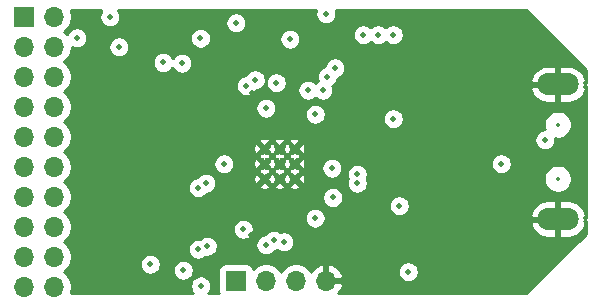
<source format=gbr>
%TF.GenerationSoftware,KiCad,Pcbnew,(5.1.9)-1*%
%TF.CreationDate,2021-09-09T09:31:17+08:00*%
%TF.ProjectId,RP2040,52503230-3430-42e6-9b69-6361645f7063,rev?*%
%TF.SameCoordinates,Original*%
%TF.FileFunction,Copper,L2,Inr*%
%TF.FilePolarity,Positive*%
%FSLAX46Y46*%
G04 Gerber Fmt 4.6, Leading zero omitted, Abs format (unit mm)*
G04 Created by KiCad (PCBNEW (5.1.9)-1) date 2021-09-09 09:31:17*
%MOMM*%
%LPD*%
G01*
G04 APERTURE LIST*
%TA.AperFunction,ComponentPad*%
%ADD10O,3.500000X1.900000*%
%TD*%
%TA.AperFunction,ComponentPad*%
%ADD11O,1.700000X1.700000*%
%TD*%
%TA.AperFunction,ComponentPad*%
%ADD12R,1.700000X1.700000*%
%TD*%
%TA.AperFunction,ComponentPad*%
%ADD13C,0.600000*%
%TD*%
%TA.AperFunction,ViaPad*%
%ADD14C,0.508000*%
%TD*%
%TA.AperFunction,Conductor*%
%ADD15C,0.254000*%
%TD*%
%TA.AperFunction,Conductor*%
%ADD16C,0.350000*%
%TD*%
%ADD17C,0.304800*%
%ADD18C,0.350000*%
%ADD19O,2.500000X0.900000*%
G04 APERTURE END LIST*
D10*
%TO.N,GND*%
%TO.C,J1*%
X173440000Y-94600000D03*
X173440000Y-83200000D03*
%TD*%
D11*
%TO.N,Net-(J3-Pad20)*%
%TO.C,J3*%
X130810000Y-100330000D03*
%TO.N,Net-(J3-Pad19)*%
X128270000Y-100330000D03*
%TO.N,Net-(J3-Pad18)*%
X130810000Y-97790000D03*
%TO.N,Net-(J3-Pad17)*%
X128270000Y-97790000D03*
%TO.N,Net-(J3-Pad16)*%
X130810000Y-95250000D03*
%TO.N,Net-(J3-Pad15)*%
X128270000Y-95250000D03*
%TO.N,Net-(J3-Pad14)*%
X130810000Y-92710000D03*
%TO.N,Net-(J3-Pad13)*%
X128270000Y-92710000D03*
%TO.N,Net-(J3-Pad12)*%
X130810000Y-90170000D03*
%TO.N,Net-(J3-Pad11)*%
X128270000Y-90170000D03*
%TO.N,Net-(J3-Pad10)*%
X130810000Y-87630000D03*
%TO.N,Net-(J3-Pad9)*%
X128270000Y-87630000D03*
%TO.N,Net-(J3-Pad8)*%
X130810000Y-85090000D03*
%TO.N,Net-(J3-Pad7)*%
X128270000Y-85090000D03*
%TO.N,Net-(J3-Pad6)*%
X130810000Y-82550000D03*
%TO.N,Net-(J3-Pad5)*%
X128270000Y-82550000D03*
%TO.N,Net-(J3-Pad4)*%
X130810000Y-80010000D03*
%TO.N,Net-(J3-Pad3)*%
X128270000Y-80010000D03*
%TO.N,Vdrive*%
X130810000Y-77470000D03*
D12*
%TO.N,GND*%
X128270000Y-77470000D03*
%TD*%
D13*
%TO.N,GND*%
%TO.C,U4*%
X148585000Y-91191000D03*
X148585000Y-89916000D03*
X148585000Y-88641000D03*
X149860000Y-91191000D03*
X149860000Y-89916000D03*
X149860000Y-88641000D03*
X151135000Y-91191000D03*
X151135000Y-89916000D03*
X151135000Y-88641000D03*
%TD*%
D11*
%TO.N,GND*%
%TO.C,J2*%
X153797000Y-99822000D03*
%TO.N,/SWCLK*%
X151257000Y-99822000D03*
%TO.N,/SWD*%
X148717000Y-99822000D03*
D12*
%TO.N,+3V3*%
X146177000Y-99822000D03*
%TD*%
D14*
%TO.N,/USB_D+*%
X156464000Y-90805000D03*
%TO.N,/USB_D-*%
X156464000Y-91567000D03*
%TO.N,GND*%
X166344600Y-94361000D03*
X154813000Y-77597000D03*
X153797000Y-79375000D03*
X143510000Y-87503000D03*
X143383000Y-81788000D03*
X147574000Y-83947000D03*
X138963500Y-77190500D03*
X132715000Y-78232000D03*
X151663400Y-97180400D03*
X156080400Y-94917200D03*
X153898600Y-96545400D03*
X156337000Y-88671400D03*
X162712400Y-95123000D03*
X163753800Y-85699600D03*
X161036000Y-86080600D03*
X147447000Y-95986600D03*
X153035000Y-82931000D03*
X143002000Y-90932000D03*
X140462000Y-91186000D03*
%TO.N,+3V3*%
X153797000Y-77216000D03*
X159512000Y-86106000D03*
X160020000Y-93472000D03*
X141732000Y-98933000D03*
X145161000Y-89916000D03*
X154305000Y-90297000D03*
X152877500Y-94518500D03*
X154368500Y-92773500D03*
X152908000Y-85725000D03*
X148717000Y-85217000D03*
X143179800Y-79298800D03*
X146812000Y-95478600D03*
%TO.N,/USB_D-*%
X172339000Y-87884000D03*
%TO.N,/USB_D+*%
X168656000Y-89916000D03*
%TO.N,/SWCLK*%
X143637000Y-91567000D03*
X143764000Y-96901000D03*
%TO.N,/SWD*%
X143002000Y-91948000D03*
X143002000Y-97155000D03*
%TO.N,Vdrive*%
X138938000Y-98425000D03*
X135509000Y-77470000D03*
X136271000Y-80010000D03*
X148717000Y-96774000D03*
%TO.N,/DUT_PWR_CTL*%
X150241000Y-96520000D03*
X143190000Y-100269000D03*
%TO.N,/QSPI_SS*%
X159512000Y-78994000D03*
X153543000Y-83693000D03*
%TO.N,/LED1*%
X147828000Y-82804000D03*
X141605000Y-81407000D03*
%TO.N,/LED2*%
X147066000Y-83312000D03*
X140017500Y-81343500D03*
%TO.N,/QSPI_SD2*%
X154559000Y-81788000D03*
X156972000Y-78994000D03*
%TO.N,/QSPI_SD1*%
X153924000Y-82550000D03*
X158242000Y-78994000D03*
%TO.N,Net-(J3-Pad3)*%
X132715000Y-79248000D03*
%TO.N,/W25_SS*%
X146177000Y-77978000D03*
X152273000Y-83693000D03*
%TO.N,/SW_USER*%
X149377400Y-96393000D03*
X160782000Y-99060000D03*
%TO.N,/W25_SD3*%
X149606000Y-83058000D03*
X150749000Y-79375000D03*
%TD*%
D15*
%TO.N,GND*%
X175795001Y-81967649D02*
X175795001Y-83072998D01*
X175660585Y-83072998D01*
X175780586Y-82827412D01*
X175752949Y-82710779D01*
X175628436Y-82425017D01*
X175450566Y-82169038D01*
X175226175Y-81952678D01*
X174963886Y-81784252D01*
X174673778Y-81670232D01*
X174367000Y-81615000D01*
X173567000Y-81615000D01*
X173567000Y-83073000D01*
X173587000Y-83073000D01*
X173587000Y-83327000D01*
X173567000Y-83327000D01*
X173567000Y-84785000D01*
X174367000Y-84785000D01*
X174673778Y-84729768D01*
X174963886Y-84615748D01*
X175226175Y-84447322D01*
X175450566Y-84230962D01*
X175628436Y-83974983D01*
X175752949Y-83689221D01*
X175780586Y-83572588D01*
X175660585Y-83327002D01*
X175795001Y-83327002D01*
X175795000Y-94472998D01*
X175660585Y-94472998D01*
X175780586Y-94227412D01*
X175752949Y-94110779D01*
X175628436Y-93825017D01*
X175450566Y-93569038D01*
X175226175Y-93352678D01*
X174963886Y-93184252D01*
X174673778Y-93070232D01*
X174367000Y-93015000D01*
X173567000Y-93015000D01*
X173567000Y-94473000D01*
X173587000Y-94473000D01*
X173587000Y-94727000D01*
X173567000Y-94727000D01*
X173567000Y-96185000D01*
X174367000Y-96185000D01*
X174673778Y-96129768D01*
X174963886Y-96015748D01*
X175226175Y-95847322D01*
X175450566Y-95630962D01*
X175628436Y-95374983D01*
X175752949Y-95089221D01*
X175780586Y-94972588D01*
X175660585Y-94727002D01*
X175795000Y-94727002D01*
X175795000Y-95836754D01*
X170764554Y-100867195D01*
X154844493Y-100867198D01*
X154992178Y-100703355D01*
X155141157Y-100453252D01*
X155238481Y-100178891D01*
X155117814Y-99949000D01*
X153924000Y-99949000D01*
X153924000Y-99969000D01*
X153670000Y-99969000D01*
X153670000Y-99949000D01*
X153650000Y-99949000D01*
X153650000Y-99695000D01*
X153670000Y-99695000D01*
X153670000Y-98501845D01*
X153924000Y-98501845D01*
X153924000Y-99695000D01*
X155117814Y-99695000D01*
X155238481Y-99465109D01*
X155141157Y-99190748D01*
X155011118Y-98972441D01*
X159893000Y-98972441D01*
X159893000Y-99147559D01*
X159927164Y-99319312D01*
X159994179Y-99481099D01*
X160091469Y-99626704D01*
X160215296Y-99750531D01*
X160360901Y-99847821D01*
X160522688Y-99914836D01*
X160694441Y-99949000D01*
X160869559Y-99949000D01*
X161041312Y-99914836D01*
X161203099Y-99847821D01*
X161348704Y-99750531D01*
X161472531Y-99626704D01*
X161569821Y-99481099D01*
X161636836Y-99319312D01*
X161671000Y-99147559D01*
X161671000Y-98972441D01*
X161636836Y-98800688D01*
X161569821Y-98638901D01*
X161472531Y-98493296D01*
X161348704Y-98369469D01*
X161203099Y-98272179D01*
X161041312Y-98205164D01*
X160869559Y-98171000D01*
X160694441Y-98171000D01*
X160522688Y-98205164D01*
X160360901Y-98272179D01*
X160215296Y-98369469D01*
X160091469Y-98493296D01*
X159994179Y-98638901D01*
X159927164Y-98800688D01*
X159893000Y-98972441D01*
X155011118Y-98972441D01*
X154992178Y-98940645D01*
X154797269Y-98724412D01*
X154563920Y-98550359D01*
X154301099Y-98425175D01*
X154153890Y-98380524D01*
X153924000Y-98501845D01*
X153670000Y-98501845D01*
X153440110Y-98380524D01*
X153292901Y-98425175D01*
X153030080Y-98550359D01*
X152796731Y-98724412D01*
X152601822Y-98940645D01*
X152532195Y-99057534D01*
X152410475Y-98875368D01*
X152203632Y-98668525D01*
X151960411Y-98506010D01*
X151690158Y-98394068D01*
X151403260Y-98337000D01*
X151110740Y-98337000D01*
X150823842Y-98394068D01*
X150553589Y-98506010D01*
X150310368Y-98668525D01*
X150103525Y-98875368D01*
X149987000Y-99049760D01*
X149870475Y-98875368D01*
X149663632Y-98668525D01*
X149420411Y-98506010D01*
X149150158Y-98394068D01*
X148863260Y-98337000D01*
X148570740Y-98337000D01*
X148283842Y-98394068D01*
X148013589Y-98506010D01*
X147770368Y-98668525D01*
X147638513Y-98800380D01*
X147616502Y-98727820D01*
X147557537Y-98617506D01*
X147478185Y-98520815D01*
X147381494Y-98441463D01*
X147271180Y-98382498D01*
X147151482Y-98346188D01*
X147027000Y-98333928D01*
X145327000Y-98333928D01*
X145202518Y-98346188D01*
X145082820Y-98382498D01*
X144972506Y-98441463D01*
X144875815Y-98520815D01*
X144796463Y-98617506D01*
X144737498Y-98727820D01*
X144701188Y-98847518D01*
X144688928Y-98972000D01*
X144688928Y-100672000D01*
X144701188Y-100796482D01*
X144722640Y-100867199D01*
X143849036Y-100867199D01*
X143880531Y-100835704D01*
X143977821Y-100690099D01*
X144044836Y-100528312D01*
X144079000Y-100356559D01*
X144079000Y-100181441D01*
X144044836Y-100009688D01*
X143977821Y-99847901D01*
X143880531Y-99702296D01*
X143756704Y-99578469D01*
X143611099Y-99481179D01*
X143449312Y-99414164D01*
X143277559Y-99380000D01*
X143102441Y-99380000D01*
X142930688Y-99414164D01*
X142768901Y-99481179D01*
X142623296Y-99578469D01*
X142499469Y-99702296D01*
X142402179Y-99847901D01*
X142335164Y-100009688D01*
X142301000Y-100181441D01*
X142301000Y-100356559D01*
X142335164Y-100528312D01*
X142402179Y-100690099D01*
X142499469Y-100835704D01*
X142530965Y-100867200D01*
X132194836Y-100867201D01*
X132237932Y-100763158D01*
X132295000Y-100476260D01*
X132295000Y-100183740D01*
X132237932Y-99896842D01*
X132125990Y-99626589D01*
X131963475Y-99383368D01*
X131756632Y-99176525D01*
X131582240Y-99060000D01*
X131756632Y-98943475D01*
X131963475Y-98736632D01*
X132125990Y-98493411D01*
X132190594Y-98337441D01*
X138049000Y-98337441D01*
X138049000Y-98512559D01*
X138083164Y-98684312D01*
X138150179Y-98846099D01*
X138247469Y-98991704D01*
X138371296Y-99115531D01*
X138516901Y-99212821D01*
X138678688Y-99279836D01*
X138850441Y-99314000D01*
X139025559Y-99314000D01*
X139197312Y-99279836D01*
X139359099Y-99212821D01*
X139504704Y-99115531D01*
X139628531Y-98991704D01*
X139725821Y-98846099D01*
X139726093Y-98845441D01*
X140843000Y-98845441D01*
X140843000Y-99020559D01*
X140877164Y-99192312D01*
X140944179Y-99354099D01*
X141041469Y-99499704D01*
X141165296Y-99623531D01*
X141310901Y-99720821D01*
X141472688Y-99787836D01*
X141644441Y-99822000D01*
X141819559Y-99822000D01*
X141991312Y-99787836D01*
X142153099Y-99720821D01*
X142298704Y-99623531D01*
X142422531Y-99499704D01*
X142519821Y-99354099D01*
X142586836Y-99192312D01*
X142621000Y-99020559D01*
X142621000Y-98845441D01*
X142586836Y-98673688D01*
X142519821Y-98511901D01*
X142422531Y-98366296D01*
X142298704Y-98242469D01*
X142153099Y-98145179D01*
X141991312Y-98078164D01*
X141819559Y-98044000D01*
X141644441Y-98044000D01*
X141472688Y-98078164D01*
X141310901Y-98145179D01*
X141165296Y-98242469D01*
X141041469Y-98366296D01*
X140944179Y-98511901D01*
X140877164Y-98673688D01*
X140843000Y-98845441D01*
X139726093Y-98845441D01*
X139792836Y-98684312D01*
X139827000Y-98512559D01*
X139827000Y-98337441D01*
X139792836Y-98165688D01*
X139725821Y-98003901D01*
X139628531Y-97858296D01*
X139504704Y-97734469D01*
X139359099Y-97637179D01*
X139197312Y-97570164D01*
X139025559Y-97536000D01*
X138850441Y-97536000D01*
X138678688Y-97570164D01*
X138516901Y-97637179D01*
X138371296Y-97734469D01*
X138247469Y-97858296D01*
X138150179Y-98003901D01*
X138083164Y-98165688D01*
X138049000Y-98337441D01*
X132190594Y-98337441D01*
X132237932Y-98223158D01*
X132295000Y-97936260D01*
X132295000Y-97643740D01*
X132237932Y-97356842D01*
X132125990Y-97086589D01*
X132113196Y-97067441D01*
X142113000Y-97067441D01*
X142113000Y-97242559D01*
X142147164Y-97414312D01*
X142214179Y-97576099D01*
X142311469Y-97721704D01*
X142435296Y-97845531D01*
X142580901Y-97942821D01*
X142742688Y-98009836D01*
X142914441Y-98044000D01*
X143089559Y-98044000D01*
X143261312Y-98009836D01*
X143423099Y-97942821D01*
X143568704Y-97845531D01*
X143632897Y-97781338D01*
X143676441Y-97790000D01*
X143851559Y-97790000D01*
X144023312Y-97755836D01*
X144185099Y-97688821D01*
X144330704Y-97591531D01*
X144454531Y-97467704D01*
X144551821Y-97322099D01*
X144618836Y-97160312D01*
X144653000Y-96988559D01*
X144653000Y-96813441D01*
X144627738Y-96686441D01*
X147828000Y-96686441D01*
X147828000Y-96861559D01*
X147862164Y-97033312D01*
X147929179Y-97195099D01*
X148026469Y-97340704D01*
X148150296Y-97464531D01*
X148295901Y-97561821D01*
X148457688Y-97628836D01*
X148629441Y-97663000D01*
X148804559Y-97663000D01*
X148976312Y-97628836D01*
X149138099Y-97561821D01*
X149283704Y-97464531D01*
X149407531Y-97340704D01*
X149446756Y-97282000D01*
X149464959Y-97282000D01*
X149636712Y-97247836D01*
X149694378Y-97223950D01*
X149819901Y-97307821D01*
X149981688Y-97374836D01*
X150153441Y-97409000D01*
X150328559Y-97409000D01*
X150500312Y-97374836D01*
X150662099Y-97307821D01*
X150807704Y-97210531D01*
X150931531Y-97086704D01*
X151028821Y-96941099D01*
X151095836Y-96779312D01*
X151130000Y-96607559D01*
X151130000Y-96432441D01*
X151095836Y-96260688D01*
X151028821Y-96098901D01*
X150931531Y-95953296D01*
X150807704Y-95829469D01*
X150662099Y-95732179D01*
X150500312Y-95665164D01*
X150328559Y-95631000D01*
X150153441Y-95631000D01*
X149981688Y-95665164D01*
X149924022Y-95689050D01*
X149798499Y-95605179D01*
X149636712Y-95538164D01*
X149464959Y-95504000D01*
X149289841Y-95504000D01*
X149118088Y-95538164D01*
X148956301Y-95605179D01*
X148810696Y-95702469D01*
X148686869Y-95826296D01*
X148647644Y-95885000D01*
X148629441Y-95885000D01*
X148457688Y-95919164D01*
X148295901Y-95986179D01*
X148150296Y-96083469D01*
X148026469Y-96207296D01*
X147929179Y-96352901D01*
X147862164Y-96514688D01*
X147828000Y-96686441D01*
X144627738Y-96686441D01*
X144618836Y-96641688D01*
X144551821Y-96479901D01*
X144454531Y-96334296D01*
X144330704Y-96210469D01*
X144185099Y-96113179D01*
X144023312Y-96046164D01*
X143851559Y-96012000D01*
X143676441Y-96012000D01*
X143504688Y-96046164D01*
X143342901Y-96113179D01*
X143197296Y-96210469D01*
X143133103Y-96274662D01*
X143089559Y-96266000D01*
X142914441Y-96266000D01*
X142742688Y-96300164D01*
X142580901Y-96367179D01*
X142435296Y-96464469D01*
X142311469Y-96588296D01*
X142214179Y-96733901D01*
X142147164Y-96895688D01*
X142113000Y-97067441D01*
X132113196Y-97067441D01*
X131963475Y-96843368D01*
X131756632Y-96636525D01*
X131582240Y-96520000D01*
X131756632Y-96403475D01*
X131963475Y-96196632D01*
X132125990Y-95953411D01*
X132237932Y-95683158D01*
X132295000Y-95396260D01*
X132295000Y-95391041D01*
X145923000Y-95391041D01*
X145923000Y-95566159D01*
X145957164Y-95737912D01*
X146024179Y-95899699D01*
X146121469Y-96045304D01*
X146245296Y-96169131D01*
X146390901Y-96266421D01*
X146552688Y-96333436D01*
X146724441Y-96367600D01*
X146899559Y-96367600D01*
X147071312Y-96333436D01*
X147233099Y-96266421D01*
X147378704Y-96169131D01*
X147502531Y-96045304D01*
X147599821Y-95899699D01*
X147666836Y-95737912D01*
X147701000Y-95566159D01*
X147701000Y-95391041D01*
X147666836Y-95219288D01*
X147599821Y-95057501D01*
X147502531Y-94911896D01*
X147378704Y-94788069D01*
X147233099Y-94690779D01*
X147071312Y-94623764D01*
X146899559Y-94589600D01*
X146724441Y-94589600D01*
X146552688Y-94623764D01*
X146390901Y-94690779D01*
X146245296Y-94788069D01*
X146121469Y-94911896D01*
X146024179Y-95057501D01*
X145957164Y-95219288D01*
X145923000Y-95391041D01*
X132295000Y-95391041D01*
X132295000Y-95103740D01*
X132237932Y-94816842D01*
X132125990Y-94546589D01*
X132048717Y-94430941D01*
X151988500Y-94430941D01*
X151988500Y-94606059D01*
X152022664Y-94777812D01*
X152089679Y-94939599D01*
X152186969Y-95085204D01*
X152310796Y-95209031D01*
X152456401Y-95306321D01*
X152618188Y-95373336D01*
X152789941Y-95407500D01*
X152965059Y-95407500D01*
X153136812Y-95373336D01*
X153298599Y-95306321D01*
X153444204Y-95209031D01*
X153568031Y-95085204D01*
X153643278Y-94972588D01*
X171099414Y-94972588D01*
X171127051Y-95089221D01*
X171251564Y-95374983D01*
X171429434Y-95630962D01*
X171653825Y-95847322D01*
X171916114Y-96015748D01*
X172206222Y-96129768D01*
X172513000Y-96185000D01*
X173313000Y-96185000D01*
X173313000Y-94727000D01*
X171219416Y-94727000D01*
X171099414Y-94972588D01*
X153643278Y-94972588D01*
X153665321Y-94939599D01*
X153732336Y-94777812D01*
X153766500Y-94606059D01*
X153766500Y-94430941D01*
X153732336Y-94259188D01*
X153665321Y-94097401D01*
X153568031Y-93951796D01*
X153444204Y-93827969D01*
X153298599Y-93730679D01*
X153136812Y-93663664D01*
X152965059Y-93629500D01*
X152789941Y-93629500D01*
X152618188Y-93663664D01*
X152456401Y-93730679D01*
X152310796Y-93827969D01*
X152186969Y-93951796D01*
X152089679Y-94097401D01*
X152022664Y-94259188D01*
X151988500Y-94430941D01*
X132048717Y-94430941D01*
X131963475Y-94303368D01*
X131756632Y-94096525D01*
X131582240Y-93980000D01*
X131756632Y-93863475D01*
X131963475Y-93656632D01*
X132125990Y-93413411D01*
X132237932Y-93143158D01*
X132295000Y-92856260D01*
X132295000Y-92563740D01*
X132237932Y-92276842D01*
X132125990Y-92006589D01*
X132028338Y-91860441D01*
X142113000Y-91860441D01*
X142113000Y-92035559D01*
X142147164Y-92207312D01*
X142214179Y-92369099D01*
X142311469Y-92514704D01*
X142435296Y-92638531D01*
X142580901Y-92735821D01*
X142742688Y-92802836D01*
X142914441Y-92837000D01*
X143089559Y-92837000D01*
X143261312Y-92802836D01*
X143423099Y-92735821D01*
X143497749Y-92685941D01*
X153479500Y-92685941D01*
X153479500Y-92861059D01*
X153513664Y-93032812D01*
X153580679Y-93194599D01*
X153677969Y-93340204D01*
X153801796Y-93464031D01*
X153947401Y-93561321D01*
X154109188Y-93628336D01*
X154280941Y-93662500D01*
X154456059Y-93662500D01*
X154627812Y-93628336D01*
X154789599Y-93561321D01*
X154935204Y-93464031D01*
X155014794Y-93384441D01*
X159131000Y-93384441D01*
X159131000Y-93559559D01*
X159165164Y-93731312D01*
X159232179Y-93893099D01*
X159329469Y-94038704D01*
X159453296Y-94162531D01*
X159598901Y-94259821D01*
X159760688Y-94326836D01*
X159932441Y-94361000D01*
X160107559Y-94361000D01*
X160279312Y-94326836D01*
X160441099Y-94259821D01*
X160489602Y-94227412D01*
X171099414Y-94227412D01*
X171219416Y-94473000D01*
X173313000Y-94473000D01*
X173313000Y-93015000D01*
X172513000Y-93015000D01*
X172206222Y-93070232D01*
X171916114Y-93184252D01*
X171653825Y-93352678D01*
X171429434Y-93569038D01*
X171251564Y-93825017D01*
X171127051Y-94110779D01*
X171099414Y-94227412D01*
X160489602Y-94227412D01*
X160586704Y-94162531D01*
X160710531Y-94038704D01*
X160807821Y-93893099D01*
X160874836Y-93731312D01*
X160909000Y-93559559D01*
X160909000Y-93384441D01*
X160874836Y-93212688D01*
X160807821Y-93050901D01*
X160710531Y-92905296D01*
X160586704Y-92781469D01*
X160441099Y-92684179D01*
X160279312Y-92617164D01*
X160107559Y-92583000D01*
X159932441Y-92583000D01*
X159760688Y-92617164D01*
X159598901Y-92684179D01*
X159453296Y-92781469D01*
X159329469Y-92905296D01*
X159232179Y-93050901D01*
X159165164Y-93212688D01*
X159131000Y-93384441D01*
X155014794Y-93384441D01*
X155059031Y-93340204D01*
X155156321Y-93194599D01*
X155223336Y-93032812D01*
X155257500Y-92861059D01*
X155257500Y-92685941D01*
X155223336Y-92514188D01*
X155156321Y-92352401D01*
X155059031Y-92206796D01*
X154935204Y-92082969D01*
X154789599Y-91985679D01*
X154627812Y-91918664D01*
X154456059Y-91884500D01*
X154280941Y-91884500D01*
X154109188Y-91918664D01*
X153947401Y-91985679D01*
X153801796Y-92082969D01*
X153677969Y-92206796D01*
X153580679Y-92352401D01*
X153513664Y-92514188D01*
X153479500Y-92685941D01*
X143497749Y-92685941D01*
X143568704Y-92638531D01*
X143692531Y-92514704D01*
X143732859Y-92454349D01*
X143896312Y-92421836D01*
X144058099Y-92354821D01*
X144203704Y-92257531D01*
X144327531Y-92133704D01*
X144424821Y-91988099D01*
X144491836Y-91826312D01*
X144491989Y-91825541D01*
X148130064Y-91825541D01*
X148140575Y-92018763D01*
X148310603Y-92089562D01*
X148491176Y-92125828D01*
X148675355Y-92126171D01*
X148856061Y-92090574D01*
X149026351Y-92020408D01*
X149029425Y-92018763D01*
X149039936Y-91825541D01*
X149405064Y-91825541D01*
X149415575Y-92018763D01*
X149585603Y-92089562D01*
X149766176Y-92125828D01*
X149950355Y-92126171D01*
X150131061Y-92090574D01*
X150301351Y-92020408D01*
X150304425Y-92018763D01*
X150314936Y-91825541D01*
X150680064Y-91825541D01*
X150690575Y-92018763D01*
X150860603Y-92089562D01*
X151041176Y-92125828D01*
X151225355Y-92126171D01*
X151406061Y-92090574D01*
X151576351Y-92020408D01*
X151579425Y-92018763D01*
X151589936Y-91825541D01*
X151135000Y-91370605D01*
X150680064Y-91825541D01*
X150314936Y-91825541D01*
X149860000Y-91370605D01*
X149405064Y-91825541D01*
X149039936Y-91825541D01*
X148585000Y-91370605D01*
X148130064Y-91825541D01*
X144491989Y-91825541D01*
X144526000Y-91654559D01*
X144526000Y-91479441D01*
X144491836Y-91307688D01*
X144480929Y-91281355D01*
X147649829Y-91281355D01*
X147685426Y-91462061D01*
X147755592Y-91632351D01*
X147757237Y-91635425D01*
X147950459Y-91645936D01*
X148405395Y-91191000D01*
X148764605Y-91191000D01*
X148941969Y-91368364D01*
X148960426Y-91462061D01*
X149030592Y-91632351D01*
X149032237Y-91635425D01*
X149219201Y-91645596D01*
X149219541Y-91645936D01*
X149222500Y-91645775D01*
X149225459Y-91645936D01*
X149225799Y-91645596D01*
X149412763Y-91635425D01*
X149483562Y-91465397D01*
X149503055Y-91368340D01*
X149680395Y-91191000D01*
X150039605Y-91191000D01*
X150216969Y-91368364D01*
X150235426Y-91462061D01*
X150305592Y-91632351D01*
X150307237Y-91635425D01*
X150494201Y-91645596D01*
X150494541Y-91645936D01*
X150497500Y-91645775D01*
X150500459Y-91645936D01*
X150500799Y-91645596D01*
X150687763Y-91635425D01*
X150758562Y-91465397D01*
X150778055Y-91368340D01*
X150955395Y-91191000D01*
X151314605Y-91191000D01*
X151769541Y-91645936D01*
X151962763Y-91635425D01*
X152033562Y-91465397D01*
X152069828Y-91284824D01*
X152070171Y-91100645D01*
X152034574Y-90919939D01*
X151964408Y-90749649D01*
X151962763Y-90746575D01*
X151769541Y-90736064D01*
X151314605Y-91191000D01*
X150955395Y-91191000D01*
X150778031Y-91013636D01*
X150759574Y-90919939D01*
X150689408Y-90749649D01*
X150687763Y-90746575D01*
X150500799Y-90736404D01*
X150500459Y-90736064D01*
X150497500Y-90736225D01*
X150494541Y-90736064D01*
X150494201Y-90736404D01*
X150307237Y-90746575D01*
X150236438Y-90916603D01*
X150216945Y-91013660D01*
X150039605Y-91191000D01*
X149680395Y-91191000D01*
X149503031Y-91013636D01*
X149484574Y-90919939D01*
X149414408Y-90749649D01*
X149412763Y-90746575D01*
X149225799Y-90736404D01*
X149225459Y-90736064D01*
X149222500Y-90736225D01*
X149219541Y-90736064D01*
X149219201Y-90736404D01*
X149032237Y-90746575D01*
X148961438Y-90916603D01*
X148941945Y-91013660D01*
X148764605Y-91191000D01*
X148405395Y-91191000D01*
X147950459Y-90736064D01*
X147757237Y-90746575D01*
X147686438Y-90916603D01*
X147650172Y-91097176D01*
X147649829Y-91281355D01*
X144480929Y-91281355D01*
X144424821Y-91145901D01*
X144327531Y-91000296D01*
X144203704Y-90876469D01*
X144058099Y-90779179D01*
X143896312Y-90712164D01*
X143724559Y-90678000D01*
X143549441Y-90678000D01*
X143377688Y-90712164D01*
X143215901Y-90779179D01*
X143070296Y-90876469D01*
X142946469Y-91000296D01*
X142906141Y-91060651D01*
X142742688Y-91093164D01*
X142580901Y-91160179D01*
X142435296Y-91257469D01*
X142311469Y-91381296D01*
X142214179Y-91526901D01*
X142147164Y-91688688D01*
X142113000Y-91860441D01*
X132028338Y-91860441D01*
X131963475Y-91763368D01*
X131756632Y-91556525D01*
X131582240Y-91440000D01*
X131756632Y-91323475D01*
X131963475Y-91116632D01*
X132125990Y-90873411D01*
X132237932Y-90603158D01*
X132295000Y-90316260D01*
X132295000Y-90023740D01*
X132256153Y-89828441D01*
X144272000Y-89828441D01*
X144272000Y-90003559D01*
X144306164Y-90175312D01*
X144373179Y-90337099D01*
X144470469Y-90482704D01*
X144594296Y-90606531D01*
X144739901Y-90703821D01*
X144901688Y-90770836D01*
X145073441Y-90805000D01*
X145248559Y-90805000D01*
X145420312Y-90770836D01*
X145582099Y-90703821D01*
X145727704Y-90606531D01*
X145783694Y-90550541D01*
X148130064Y-90550541D01*
X148130225Y-90553500D01*
X148130064Y-90556459D01*
X148130404Y-90556799D01*
X148140575Y-90743763D01*
X148310603Y-90814562D01*
X148407660Y-90834055D01*
X148585000Y-91011395D01*
X148762364Y-90834031D01*
X148856061Y-90815574D01*
X149026351Y-90745408D01*
X149029425Y-90743763D01*
X149039596Y-90556799D01*
X149039936Y-90556459D01*
X149039775Y-90553500D01*
X149039936Y-90550541D01*
X149405064Y-90550541D01*
X149405225Y-90553500D01*
X149405064Y-90556459D01*
X149405404Y-90556799D01*
X149415575Y-90743763D01*
X149585603Y-90814562D01*
X149682660Y-90834055D01*
X149860000Y-91011395D01*
X150037364Y-90834031D01*
X150131061Y-90815574D01*
X150301351Y-90745408D01*
X150304425Y-90743763D01*
X150314596Y-90556799D01*
X150314936Y-90556459D01*
X150314775Y-90553500D01*
X150314936Y-90550541D01*
X150680064Y-90550541D01*
X150680225Y-90553500D01*
X150680064Y-90556459D01*
X150680404Y-90556799D01*
X150690575Y-90743763D01*
X150860603Y-90814562D01*
X150957660Y-90834055D01*
X151135000Y-91011395D01*
X151312364Y-90834031D01*
X151406061Y-90815574D01*
X151576351Y-90745408D01*
X151579425Y-90743763D01*
X151589596Y-90556799D01*
X151589936Y-90556459D01*
X151589775Y-90553500D01*
X151589936Y-90550541D01*
X151589596Y-90550201D01*
X151579425Y-90363237D01*
X151409397Y-90292438D01*
X151312340Y-90272945D01*
X151135000Y-90095605D01*
X150957636Y-90272969D01*
X150863939Y-90291426D01*
X150693649Y-90361592D01*
X150690575Y-90363237D01*
X150680404Y-90550201D01*
X150680064Y-90550541D01*
X150314936Y-90550541D01*
X150314596Y-90550201D01*
X150304425Y-90363237D01*
X150134397Y-90292438D01*
X150037340Y-90272945D01*
X149860000Y-90095605D01*
X149682636Y-90272969D01*
X149588939Y-90291426D01*
X149418649Y-90361592D01*
X149415575Y-90363237D01*
X149405404Y-90550201D01*
X149405064Y-90550541D01*
X149039936Y-90550541D01*
X149039596Y-90550201D01*
X149029425Y-90363237D01*
X148859397Y-90292438D01*
X148762340Y-90272945D01*
X148585000Y-90095605D01*
X148407636Y-90272969D01*
X148313939Y-90291426D01*
X148143649Y-90361592D01*
X148140575Y-90363237D01*
X148130404Y-90550201D01*
X148130064Y-90550541D01*
X145783694Y-90550541D01*
X145851531Y-90482704D01*
X145948821Y-90337099D01*
X146015836Y-90175312D01*
X146049443Y-90006355D01*
X147649829Y-90006355D01*
X147685426Y-90187061D01*
X147755592Y-90357351D01*
X147757237Y-90360425D01*
X147950459Y-90370936D01*
X148405395Y-89916000D01*
X148764605Y-89916000D01*
X148941969Y-90093364D01*
X148960426Y-90187061D01*
X149030592Y-90357351D01*
X149032237Y-90360425D01*
X149219201Y-90370596D01*
X149219541Y-90370936D01*
X149222500Y-90370775D01*
X149225459Y-90370936D01*
X149225799Y-90370596D01*
X149412763Y-90360425D01*
X149483562Y-90190397D01*
X149503055Y-90093340D01*
X149680395Y-89916000D01*
X150039605Y-89916000D01*
X150216969Y-90093364D01*
X150235426Y-90187061D01*
X150305592Y-90357351D01*
X150307237Y-90360425D01*
X150494201Y-90370596D01*
X150494541Y-90370936D01*
X150497500Y-90370775D01*
X150500459Y-90370936D01*
X150500799Y-90370596D01*
X150687763Y-90360425D01*
X150758562Y-90190397D01*
X150778055Y-90093340D01*
X150955395Y-89916000D01*
X151314605Y-89916000D01*
X151769541Y-90370936D01*
X151962763Y-90360425D01*
X152025632Y-90209441D01*
X153416000Y-90209441D01*
X153416000Y-90384559D01*
X153450164Y-90556312D01*
X153517179Y-90718099D01*
X153614469Y-90863704D01*
X153738296Y-90987531D01*
X153883901Y-91084821D01*
X154045688Y-91151836D01*
X154217441Y-91186000D01*
X154392559Y-91186000D01*
X154564312Y-91151836D01*
X154726099Y-91084821D01*
X154871704Y-90987531D01*
X154995531Y-90863704D01*
X155092821Y-90718099D01*
X155093093Y-90717441D01*
X155575000Y-90717441D01*
X155575000Y-90892559D01*
X155609164Y-91064312D01*
X155659569Y-91186000D01*
X155609164Y-91307688D01*
X155575000Y-91479441D01*
X155575000Y-91654559D01*
X155609164Y-91826312D01*
X155676179Y-91988099D01*
X155773469Y-92133704D01*
X155897296Y-92257531D01*
X156042901Y-92354821D01*
X156204688Y-92421836D01*
X156376441Y-92456000D01*
X156551559Y-92456000D01*
X156723312Y-92421836D01*
X156885099Y-92354821D01*
X157030704Y-92257531D01*
X157154531Y-92133704D01*
X157251821Y-91988099D01*
X157318836Y-91826312D01*
X157353000Y-91654559D01*
X157353000Y-91479441D01*
X157318836Y-91307688D01*
X157268431Y-91186000D01*
X157310975Y-91083288D01*
X172255000Y-91083288D01*
X172255000Y-91316712D01*
X172300539Y-91545652D01*
X172389866Y-91761308D01*
X172519550Y-91955394D01*
X172684606Y-92120450D01*
X172878692Y-92250134D01*
X173094348Y-92339461D01*
X173323288Y-92385000D01*
X173556712Y-92385000D01*
X173785652Y-92339461D01*
X174001308Y-92250134D01*
X174195394Y-92120450D01*
X174360450Y-91955394D01*
X174490134Y-91761308D01*
X174579461Y-91545652D01*
X174625000Y-91316712D01*
X174625000Y-91083288D01*
X174579461Y-90854348D01*
X174490134Y-90638692D01*
X174360450Y-90444606D01*
X174195394Y-90279550D01*
X174001308Y-90149866D01*
X173785652Y-90060539D01*
X173556712Y-90015000D01*
X173323288Y-90015000D01*
X173094348Y-90060539D01*
X172878692Y-90149866D01*
X172684606Y-90279550D01*
X172519550Y-90444606D01*
X172389866Y-90638692D01*
X172300539Y-90854348D01*
X172255000Y-91083288D01*
X157310975Y-91083288D01*
X157318836Y-91064312D01*
X157353000Y-90892559D01*
X157353000Y-90717441D01*
X157318836Y-90545688D01*
X157251821Y-90383901D01*
X157154531Y-90238296D01*
X157030704Y-90114469D01*
X156885099Y-90017179D01*
X156723312Y-89950164D01*
X156551559Y-89916000D01*
X156376441Y-89916000D01*
X156204688Y-89950164D01*
X156042901Y-90017179D01*
X155897296Y-90114469D01*
X155773469Y-90238296D01*
X155676179Y-90383901D01*
X155609164Y-90545688D01*
X155575000Y-90717441D01*
X155093093Y-90717441D01*
X155159836Y-90556312D01*
X155194000Y-90384559D01*
X155194000Y-90209441D01*
X155159836Y-90037688D01*
X155092821Y-89875901D01*
X155061110Y-89828441D01*
X167767000Y-89828441D01*
X167767000Y-90003559D01*
X167801164Y-90175312D01*
X167868179Y-90337099D01*
X167965469Y-90482704D01*
X168089296Y-90606531D01*
X168234901Y-90703821D01*
X168396688Y-90770836D01*
X168568441Y-90805000D01*
X168743559Y-90805000D01*
X168915312Y-90770836D01*
X169077099Y-90703821D01*
X169222704Y-90606531D01*
X169346531Y-90482704D01*
X169443821Y-90337099D01*
X169510836Y-90175312D01*
X169545000Y-90003559D01*
X169545000Y-89828441D01*
X169510836Y-89656688D01*
X169443821Y-89494901D01*
X169346531Y-89349296D01*
X169222704Y-89225469D01*
X169077099Y-89128179D01*
X168915312Y-89061164D01*
X168743559Y-89027000D01*
X168568441Y-89027000D01*
X168396688Y-89061164D01*
X168234901Y-89128179D01*
X168089296Y-89225469D01*
X167965469Y-89349296D01*
X167868179Y-89494901D01*
X167801164Y-89656688D01*
X167767000Y-89828441D01*
X155061110Y-89828441D01*
X154995531Y-89730296D01*
X154871704Y-89606469D01*
X154726099Y-89509179D01*
X154564312Y-89442164D01*
X154392559Y-89408000D01*
X154217441Y-89408000D01*
X154045688Y-89442164D01*
X153883901Y-89509179D01*
X153738296Y-89606469D01*
X153614469Y-89730296D01*
X153517179Y-89875901D01*
X153450164Y-90037688D01*
X153416000Y-90209441D01*
X152025632Y-90209441D01*
X152033562Y-90190397D01*
X152069828Y-90009824D01*
X152070171Y-89825645D01*
X152034574Y-89644939D01*
X151964408Y-89474649D01*
X151962763Y-89471575D01*
X151769541Y-89461064D01*
X151314605Y-89916000D01*
X150955395Y-89916000D01*
X150778031Y-89738636D01*
X150759574Y-89644939D01*
X150689408Y-89474649D01*
X150687763Y-89471575D01*
X150500799Y-89461404D01*
X150500459Y-89461064D01*
X150497500Y-89461225D01*
X150494541Y-89461064D01*
X150494201Y-89461404D01*
X150307237Y-89471575D01*
X150236438Y-89641603D01*
X150216945Y-89738660D01*
X150039605Y-89916000D01*
X149680395Y-89916000D01*
X149503031Y-89738636D01*
X149484574Y-89644939D01*
X149414408Y-89474649D01*
X149412763Y-89471575D01*
X149225799Y-89461404D01*
X149225459Y-89461064D01*
X149222500Y-89461225D01*
X149219541Y-89461064D01*
X149219201Y-89461404D01*
X149032237Y-89471575D01*
X148961438Y-89641603D01*
X148941945Y-89738660D01*
X148764605Y-89916000D01*
X148405395Y-89916000D01*
X147950459Y-89461064D01*
X147757237Y-89471575D01*
X147686438Y-89641603D01*
X147650172Y-89822176D01*
X147649829Y-90006355D01*
X146049443Y-90006355D01*
X146050000Y-90003559D01*
X146050000Y-89828441D01*
X146015836Y-89656688D01*
X145948821Y-89494901D01*
X145851531Y-89349296D01*
X145777776Y-89275541D01*
X148130064Y-89275541D01*
X148130225Y-89278500D01*
X148130064Y-89281459D01*
X148130404Y-89281799D01*
X148140575Y-89468763D01*
X148310603Y-89539562D01*
X148407660Y-89559055D01*
X148585000Y-89736395D01*
X148762364Y-89559031D01*
X148856061Y-89540574D01*
X149026351Y-89470408D01*
X149029425Y-89468763D01*
X149039596Y-89281799D01*
X149039936Y-89281459D01*
X149039775Y-89278500D01*
X149039936Y-89275541D01*
X149405064Y-89275541D01*
X149405225Y-89278500D01*
X149405064Y-89281459D01*
X149405404Y-89281799D01*
X149415575Y-89468763D01*
X149585603Y-89539562D01*
X149682660Y-89559055D01*
X149860000Y-89736395D01*
X150037364Y-89559031D01*
X150131061Y-89540574D01*
X150301351Y-89470408D01*
X150304425Y-89468763D01*
X150314596Y-89281799D01*
X150314936Y-89281459D01*
X150314775Y-89278500D01*
X150314936Y-89275541D01*
X150680064Y-89275541D01*
X150680225Y-89278500D01*
X150680064Y-89281459D01*
X150680404Y-89281799D01*
X150690575Y-89468763D01*
X150860603Y-89539562D01*
X150957660Y-89559055D01*
X151135000Y-89736395D01*
X151312364Y-89559031D01*
X151406061Y-89540574D01*
X151576351Y-89470408D01*
X151579425Y-89468763D01*
X151589596Y-89281799D01*
X151589936Y-89281459D01*
X151589775Y-89278500D01*
X151589936Y-89275541D01*
X151589596Y-89275201D01*
X151579425Y-89088237D01*
X151409397Y-89017438D01*
X151312340Y-88997945D01*
X151135000Y-88820605D01*
X150957636Y-88997969D01*
X150863939Y-89016426D01*
X150693649Y-89086592D01*
X150690575Y-89088237D01*
X150680404Y-89275201D01*
X150680064Y-89275541D01*
X150314936Y-89275541D01*
X150314596Y-89275201D01*
X150304425Y-89088237D01*
X150134397Y-89017438D01*
X150037340Y-88997945D01*
X149860000Y-88820605D01*
X149682636Y-88997969D01*
X149588939Y-89016426D01*
X149418649Y-89086592D01*
X149415575Y-89088237D01*
X149405404Y-89275201D01*
X149405064Y-89275541D01*
X149039936Y-89275541D01*
X149039596Y-89275201D01*
X149029425Y-89088237D01*
X148859397Y-89017438D01*
X148762340Y-88997945D01*
X148585000Y-88820605D01*
X148407636Y-88997969D01*
X148313939Y-89016426D01*
X148143649Y-89086592D01*
X148140575Y-89088237D01*
X148130404Y-89275201D01*
X148130064Y-89275541D01*
X145777776Y-89275541D01*
X145727704Y-89225469D01*
X145582099Y-89128179D01*
X145420312Y-89061164D01*
X145248559Y-89027000D01*
X145073441Y-89027000D01*
X144901688Y-89061164D01*
X144739901Y-89128179D01*
X144594296Y-89225469D01*
X144470469Y-89349296D01*
X144373179Y-89494901D01*
X144306164Y-89656688D01*
X144272000Y-89828441D01*
X132256153Y-89828441D01*
X132237932Y-89736842D01*
X132125990Y-89466589D01*
X131963475Y-89223368D01*
X131756632Y-89016525D01*
X131582240Y-88900000D01*
X131756632Y-88783475D01*
X131808752Y-88731355D01*
X147649829Y-88731355D01*
X147685426Y-88912061D01*
X147755592Y-89082351D01*
X147757237Y-89085425D01*
X147950459Y-89095936D01*
X148405395Y-88641000D01*
X148764605Y-88641000D01*
X148941969Y-88818364D01*
X148960426Y-88912061D01*
X149030592Y-89082351D01*
X149032237Y-89085425D01*
X149219201Y-89095596D01*
X149219541Y-89095936D01*
X149222500Y-89095775D01*
X149225459Y-89095936D01*
X149225799Y-89095596D01*
X149412763Y-89085425D01*
X149483562Y-88915397D01*
X149503055Y-88818340D01*
X149680395Y-88641000D01*
X150039605Y-88641000D01*
X150216969Y-88818364D01*
X150235426Y-88912061D01*
X150305592Y-89082351D01*
X150307237Y-89085425D01*
X150494201Y-89095596D01*
X150494541Y-89095936D01*
X150497500Y-89095775D01*
X150500459Y-89095936D01*
X150500799Y-89095596D01*
X150687763Y-89085425D01*
X150758562Y-88915397D01*
X150778055Y-88818340D01*
X150955395Y-88641000D01*
X151314605Y-88641000D01*
X151769541Y-89095936D01*
X151962763Y-89085425D01*
X152033562Y-88915397D01*
X152069828Y-88734824D01*
X152070171Y-88550645D01*
X152034574Y-88369939D01*
X151964408Y-88199649D01*
X151962763Y-88196575D01*
X151769541Y-88186064D01*
X151314605Y-88641000D01*
X150955395Y-88641000D01*
X150778031Y-88463636D01*
X150759574Y-88369939D01*
X150689408Y-88199649D01*
X150687763Y-88196575D01*
X150500799Y-88186404D01*
X150500459Y-88186064D01*
X150497500Y-88186225D01*
X150494541Y-88186064D01*
X150494201Y-88186404D01*
X150307237Y-88196575D01*
X150236438Y-88366603D01*
X150216945Y-88463660D01*
X150039605Y-88641000D01*
X149680395Y-88641000D01*
X149503031Y-88463636D01*
X149484574Y-88369939D01*
X149414408Y-88199649D01*
X149412763Y-88196575D01*
X149225799Y-88186404D01*
X149225459Y-88186064D01*
X149222500Y-88186225D01*
X149219541Y-88186064D01*
X149219201Y-88186404D01*
X149032237Y-88196575D01*
X148961438Y-88366603D01*
X148941945Y-88463660D01*
X148764605Y-88641000D01*
X148405395Y-88641000D01*
X147950459Y-88186064D01*
X147757237Y-88196575D01*
X147686438Y-88366603D01*
X147650172Y-88547176D01*
X147649829Y-88731355D01*
X131808752Y-88731355D01*
X131963475Y-88576632D01*
X132125990Y-88333411D01*
X132237932Y-88063158D01*
X132249210Y-88006459D01*
X148130064Y-88006459D01*
X148585000Y-88461395D01*
X149039936Y-88006459D01*
X149405064Y-88006459D01*
X149860000Y-88461395D01*
X150314936Y-88006459D01*
X150680064Y-88006459D01*
X151135000Y-88461395D01*
X151589936Y-88006459D01*
X151579425Y-87813237D01*
X151539089Y-87796441D01*
X171450000Y-87796441D01*
X171450000Y-87971559D01*
X171484164Y-88143312D01*
X171551179Y-88305099D01*
X171648469Y-88450704D01*
X171772296Y-88574531D01*
X171917901Y-88671821D01*
X172079688Y-88738836D01*
X172251441Y-88773000D01*
X172426559Y-88773000D01*
X172598312Y-88738836D01*
X172760099Y-88671821D01*
X172905704Y-88574531D01*
X173029531Y-88450704D01*
X173126821Y-88305099D01*
X173193836Y-88143312D01*
X173228000Y-87971559D01*
X173228000Y-87796441D01*
X173221705Y-87764794D01*
X173323288Y-87785000D01*
X173556712Y-87785000D01*
X173785652Y-87739461D01*
X174001308Y-87650134D01*
X174195394Y-87520450D01*
X174360450Y-87355394D01*
X174490134Y-87161308D01*
X174579461Y-86945652D01*
X174625000Y-86716712D01*
X174625000Y-86483288D01*
X174579461Y-86254348D01*
X174490134Y-86038692D01*
X174360450Y-85844606D01*
X174195394Y-85679550D01*
X174001308Y-85549866D01*
X173785652Y-85460539D01*
X173556712Y-85415000D01*
X173323288Y-85415000D01*
X173094348Y-85460539D01*
X172878692Y-85549866D01*
X172684606Y-85679550D01*
X172519550Y-85844606D01*
X172389866Y-86038692D01*
X172300539Y-86254348D01*
X172255000Y-86483288D01*
X172255000Y-86716712D01*
X172300539Y-86945652D01*
X172320979Y-86995000D01*
X172251441Y-86995000D01*
X172079688Y-87029164D01*
X171917901Y-87096179D01*
X171772296Y-87193469D01*
X171648469Y-87317296D01*
X171551179Y-87462901D01*
X171484164Y-87624688D01*
X171450000Y-87796441D01*
X151539089Y-87796441D01*
X151409397Y-87742438D01*
X151228824Y-87706172D01*
X151044645Y-87705829D01*
X150863939Y-87741426D01*
X150693649Y-87811592D01*
X150690575Y-87813237D01*
X150680064Y-88006459D01*
X150314936Y-88006459D01*
X150304425Y-87813237D01*
X150134397Y-87742438D01*
X149953824Y-87706172D01*
X149769645Y-87705829D01*
X149588939Y-87741426D01*
X149418649Y-87811592D01*
X149415575Y-87813237D01*
X149405064Y-88006459D01*
X149039936Y-88006459D01*
X149029425Y-87813237D01*
X148859397Y-87742438D01*
X148678824Y-87706172D01*
X148494645Y-87705829D01*
X148313939Y-87741426D01*
X148143649Y-87811592D01*
X148140575Y-87813237D01*
X148130064Y-88006459D01*
X132249210Y-88006459D01*
X132295000Y-87776260D01*
X132295000Y-87483740D01*
X132237932Y-87196842D01*
X132125990Y-86926589D01*
X131963475Y-86683368D01*
X131756632Y-86476525D01*
X131582240Y-86360000D01*
X131756632Y-86243475D01*
X131963475Y-86036632D01*
X132125990Y-85793411D01*
X132237932Y-85523158D01*
X132295000Y-85236260D01*
X132295000Y-85129441D01*
X147828000Y-85129441D01*
X147828000Y-85304559D01*
X147862164Y-85476312D01*
X147929179Y-85638099D01*
X148026469Y-85783704D01*
X148150296Y-85907531D01*
X148295901Y-86004821D01*
X148457688Y-86071836D01*
X148629441Y-86106000D01*
X148804559Y-86106000D01*
X148976312Y-86071836D01*
X149138099Y-86004821D01*
X149283704Y-85907531D01*
X149407531Y-85783704D01*
X149504821Y-85638099D01*
X149505093Y-85637441D01*
X152019000Y-85637441D01*
X152019000Y-85812559D01*
X152053164Y-85984312D01*
X152120179Y-86146099D01*
X152217469Y-86291704D01*
X152341296Y-86415531D01*
X152486901Y-86512821D01*
X152648688Y-86579836D01*
X152820441Y-86614000D01*
X152995559Y-86614000D01*
X153167312Y-86579836D01*
X153329099Y-86512821D01*
X153474704Y-86415531D01*
X153598531Y-86291704D01*
X153695821Y-86146099D01*
X153748699Y-86018441D01*
X158623000Y-86018441D01*
X158623000Y-86193559D01*
X158657164Y-86365312D01*
X158724179Y-86527099D01*
X158821469Y-86672704D01*
X158945296Y-86796531D01*
X159090901Y-86893821D01*
X159252688Y-86960836D01*
X159424441Y-86995000D01*
X159599559Y-86995000D01*
X159771312Y-86960836D01*
X159933099Y-86893821D01*
X160078704Y-86796531D01*
X160202531Y-86672704D01*
X160299821Y-86527099D01*
X160366836Y-86365312D01*
X160401000Y-86193559D01*
X160401000Y-86018441D01*
X160366836Y-85846688D01*
X160299821Y-85684901D01*
X160202531Y-85539296D01*
X160078704Y-85415469D01*
X159933099Y-85318179D01*
X159771312Y-85251164D01*
X159599559Y-85217000D01*
X159424441Y-85217000D01*
X159252688Y-85251164D01*
X159090901Y-85318179D01*
X158945296Y-85415469D01*
X158821469Y-85539296D01*
X158724179Y-85684901D01*
X158657164Y-85846688D01*
X158623000Y-86018441D01*
X153748699Y-86018441D01*
X153762836Y-85984312D01*
X153797000Y-85812559D01*
X153797000Y-85637441D01*
X153762836Y-85465688D01*
X153695821Y-85303901D01*
X153598531Y-85158296D01*
X153474704Y-85034469D01*
X153329099Y-84937179D01*
X153167312Y-84870164D01*
X152995559Y-84836000D01*
X152820441Y-84836000D01*
X152648688Y-84870164D01*
X152486901Y-84937179D01*
X152341296Y-85034469D01*
X152217469Y-85158296D01*
X152120179Y-85303901D01*
X152053164Y-85465688D01*
X152019000Y-85637441D01*
X149505093Y-85637441D01*
X149571836Y-85476312D01*
X149606000Y-85304559D01*
X149606000Y-85129441D01*
X149571836Y-84957688D01*
X149504821Y-84795901D01*
X149407531Y-84650296D01*
X149283704Y-84526469D01*
X149138099Y-84429179D01*
X148976312Y-84362164D01*
X148804559Y-84328000D01*
X148629441Y-84328000D01*
X148457688Y-84362164D01*
X148295901Y-84429179D01*
X148150296Y-84526469D01*
X148026469Y-84650296D01*
X147929179Y-84795901D01*
X147862164Y-84957688D01*
X147828000Y-85129441D01*
X132295000Y-85129441D01*
X132295000Y-84943740D01*
X132237932Y-84656842D01*
X132125990Y-84386589D01*
X131963475Y-84143368D01*
X131756632Y-83936525D01*
X131582240Y-83820000D01*
X131756632Y-83703475D01*
X131963475Y-83496632D01*
X132125990Y-83253411D01*
X132137989Y-83224441D01*
X146177000Y-83224441D01*
X146177000Y-83399559D01*
X146211164Y-83571312D01*
X146278179Y-83733099D01*
X146375469Y-83878704D01*
X146499296Y-84002531D01*
X146644901Y-84099821D01*
X146806688Y-84166836D01*
X146978441Y-84201000D01*
X147153559Y-84201000D01*
X147325312Y-84166836D01*
X147487099Y-84099821D01*
X147632704Y-84002531D01*
X147756531Y-83878704D01*
X147853821Y-83733099D01*
X147870431Y-83693000D01*
X147915559Y-83693000D01*
X148087312Y-83658836D01*
X148249099Y-83591821D01*
X148394704Y-83494531D01*
X148518531Y-83370704D01*
X148615821Y-83225099D01*
X148682836Y-83063312D01*
X148701309Y-82970441D01*
X148717000Y-82970441D01*
X148717000Y-83145559D01*
X148751164Y-83317312D01*
X148818179Y-83479099D01*
X148915469Y-83624704D01*
X149039296Y-83748531D01*
X149184901Y-83845821D01*
X149346688Y-83912836D01*
X149518441Y-83947000D01*
X149693559Y-83947000D01*
X149865312Y-83912836D01*
X150027099Y-83845821D01*
X150172704Y-83748531D01*
X150296531Y-83624704D01*
X150309402Y-83605441D01*
X151384000Y-83605441D01*
X151384000Y-83780559D01*
X151418164Y-83952312D01*
X151485179Y-84114099D01*
X151582469Y-84259704D01*
X151706296Y-84383531D01*
X151851901Y-84480821D01*
X152013688Y-84547836D01*
X152185441Y-84582000D01*
X152360559Y-84582000D01*
X152532312Y-84547836D01*
X152694099Y-84480821D01*
X152839704Y-84383531D01*
X152908000Y-84315235D01*
X152976296Y-84383531D01*
X153121901Y-84480821D01*
X153283688Y-84547836D01*
X153455441Y-84582000D01*
X153630559Y-84582000D01*
X153802312Y-84547836D01*
X153964099Y-84480821D01*
X154109704Y-84383531D01*
X154233531Y-84259704D01*
X154330821Y-84114099D01*
X154397836Y-83952312D01*
X154432000Y-83780559D01*
X154432000Y-83605441D01*
X154425466Y-83572588D01*
X171099414Y-83572588D01*
X171127051Y-83689221D01*
X171251564Y-83974983D01*
X171429434Y-84230962D01*
X171653825Y-84447322D01*
X171916114Y-84615748D01*
X172206222Y-84729768D01*
X172513000Y-84785000D01*
X173313000Y-84785000D01*
X173313000Y-83327000D01*
X171219416Y-83327000D01*
X171099414Y-83572588D01*
X154425466Y-83572588D01*
X154397836Y-83433688D01*
X154355302Y-83331003D01*
X154490704Y-83240531D01*
X154614531Y-83116704D01*
X154711821Y-82971099D01*
X154771338Y-82827412D01*
X171099414Y-82827412D01*
X171219416Y-83073000D01*
X173313000Y-83073000D01*
X173313000Y-81615000D01*
X172513000Y-81615000D01*
X172206222Y-81670232D01*
X171916114Y-81784252D01*
X171653825Y-81952678D01*
X171429434Y-82169038D01*
X171251564Y-82425017D01*
X171127051Y-82710779D01*
X171099414Y-82827412D01*
X154771338Y-82827412D01*
X154778836Y-82809312D01*
X154811688Y-82644154D01*
X154818312Y-82642836D01*
X154980099Y-82575821D01*
X155125704Y-82478531D01*
X155249531Y-82354704D01*
X155346821Y-82209099D01*
X155413836Y-82047312D01*
X155448000Y-81875559D01*
X155448000Y-81700441D01*
X155413836Y-81528688D01*
X155346821Y-81366901D01*
X155249531Y-81221296D01*
X155125704Y-81097469D01*
X154980099Y-81000179D01*
X154818312Y-80933164D01*
X154646559Y-80899000D01*
X154471441Y-80899000D01*
X154299688Y-80933164D01*
X154137901Y-81000179D01*
X153992296Y-81097469D01*
X153868469Y-81221296D01*
X153771179Y-81366901D01*
X153704164Y-81528688D01*
X153671312Y-81693846D01*
X153664688Y-81695164D01*
X153502901Y-81762179D01*
X153357296Y-81859469D01*
X153233469Y-81983296D01*
X153136179Y-82128901D01*
X153069164Y-82290688D01*
X153035000Y-82462441D01*
X153035000Y-82637559D01*
X153069164Y-82809312D01*
X153111698Y-82911997D01*
X152976296Y-83002469D01*
X152908000Y-83070765D01*
X152839704Y-83002469D01*
X152694099Y-82905179D01*
X152532312Y-82838164D01*
X152360559Y-82804000D01*
X152185441Y-82804000D01*
X152013688Y-82838164D01*
X151851901Y-82905179D01*
X151706296Y-83002469D01*
X151582469Y-83126296D01*
X151485179Y-83271901D01*
X151418164Y-83433688D01*
X151384000Y-83605441D01*
X150309402Y-83605441D01*
X150393821Y-83479099D01*
X150460836Y-83317312D01*
X150495000Y-83145559D01*
X150495000Y-82970441D01*
X150460836Y-82798688D01*
X150393821Y-82636901D01*
X150296531Y-82491296D01*
X150172704Y-82367469D01*
X150027099Y-82270179D01*
X149865312Y-82203164D01*
X149693559Y-82169000D01*
X149518441Y-82169000D01*
X149346688Y-82203164D01*
X149184901Y-82270179D01*
X149039296Y-82367469D01*
X148915469Y-82491296D01*
X148818179Y-82636901D01*
X148751164Y-82798688D01*
X148717000Y-82970441D01*
X148701309Y-82970441D01*
X148717000Y-82891559D01*
X148717000Y-82716441D01*
X148682836Y-82544688D01*
X148615821Y-82382901D01*
X148518531Y-82237296D01*
X148394704Y-82113469D01*
X148249099Y-82016179D01*
X148087312Y-81949164D01*
X147915559Y-81915000D01*
X147740441Y-81915000D01*
X147568688Y-81949164D01*
X147406901Y-82016179D01*
X147261296Y-82113469D01*
X147137469Y-82237296D01*
X147040179Y-82382901D01*
X147023569Y-82423000D01*
X146978441Y-82423000D01*
X146806688Y-82457164D01*
X146644901Y-82524179D01*
X146499296Y-82621469D01*
X146375469Y-82745296D01*
X146278179Y-82890901D01*
X146211164Y-83052688D01*
X146177000Y-83224441D01*
X132137989Y-83224441D01*
X132237932Y-82983158D01*
X132295000Y-82696260D01*
X132295000Y-82403740D01*
X132237932Y-82116842D01*
X132125990Y-81846589D01*
X131963475Y-81603368D01*
X131756632Y-81396525D01*
X131582240Y-81280000D01*
X131618246Y-81255941D01*
X139128500Y-81255941D01*
X139128500Y-81431059D01*
X139162664Y-81602812D01*
X139229679Y-81764599D01*
X139326969Y-81910204D01*
X139450796Y-82034031D01*
X139596401Y-82131321D01*
X139758188Y-82198336D01*
X139929941Y-82232500D01*
X140105059Y-82232500D01*
X140276812Y-82198336D01*
X140438599Y-82131321D01*
X140584204Y-82034031D01*
X140708031Y-81910204D01*
X140796404Y-81777944D01*
X140817179Y-81828099D01*
X140914469Y-81973704D01*
X141038296Y-82097531D01*
X141183901Y-82194821D01*
X141345688Y-82261836D01*
X141517441Y-82296000D01*
X141692559Y-82296000D01*
X141864312Y-82261836D01*
X142026099Y-82194821D01*
X142171704Y-82097531D01*
X142295531Y-81973704D01*
X142392821Y-81828099D01*
X142459836Y-81666312D01*
X142494000Y-81494559D01*
X142494000Y-81319441D01*
X142459836Y-81147688D01*
X142392821Y-80985901D01*
X142295531Y-80840296D01*
X142171704Y-80716469D01*
X142026099Y-80619179D01*
X141864312Y-80552164D01*
X141692559Y-80518000D01*
X141517441Y-80518000D01*
X141345688Y-80552164D01*
X141183901Y-80619179D01*
X141038296Y-80716469D01*
X140914469Y-80840296D01*
X140826096Y-80972556D01*
X140805321Y-80922401D01*
X140708031Y-80776796D01*
X140584204Y-80652969D01*
X140438599Y-80555679D01*
X140276812Y-80488664D01*
X140105059Y-80454500D01*
X139929941Y-80454500D01*
X139758188Y-80488664D01*
X139596401Y-80555679D01*
X139450796Y-80652969D01*
X139326969Y-80776796D01*
X139229679Y-80922401D01*
X139162664Y-81084188D01*
X139128500Y-81255941D01*
X131618246Y-81255941D01*
X131756632Y-81163475D01*
X131963475Y-80956632D01*
X132125990Y-80713411D01*
X132237932Y-80443158D01*
X132295000Y-80156260D01*
X132295000Y-80036276D01*
X132455688Y-80102836D01*
X132627441Y-80137000D01*
X132802559Y-80137000D01*
X132974312Y-80102836D01*
X133136099Y-80035821D01*
X133281704Y-79938531D01*
X133297794Y-79922441D01*
X135382000Y-79922441D01*
X135382000Y-80097559D01*
X135416164Y-80269312D01*
X135483179Y-80431099D01*
X135580469Y-80576704D01*
X135704296Y-80700531D01*
X135849901Y-80797821D01*
X136011688Y-80864836D01*
X136183441Y-80899000D01*
X136358559Y-80899000D01*
X136530312Y-80864836D01*
X136692099Y-80797821D01*
X136837704Y-80700531D01*
X136961531Y-80576704D01*
X137058821Y-80431099D01*
X137125836Y-80269312D01*
X137160000Y-80097559D01*
X137160000Y-79922441D01*
X137125836Y-79750688D01*
X137058821Y-79588901D01*
X136961531Y-79443296D01*
X136837704Y-79319469D01*
X136692099Y-79222179D01*
X136665693Y-79211241D01*
X142290800Y-79211241D01*
X142290800Y-79386359D01*
X142324964Y-79558112D01*
X142391979Y-79719899D01*
X142489269Y-79865504D01*
X142613096Y-79989331D01*
X142758701Y-80086621D01*
X142920488Y-80153636D01*
X143092241Y-80187800D01*
X143267359Y-80187800D01*
X143439112Y-80153636D01*
X143600899Y-80086621D01*
X143746504Y-79989331D01*
X143870331Y-79865504D01*
X143967621Y-79719899D01*
X144034636Y-79558112D01*
X144068800Y-79386359D01*
X144068800Y-79287441D01*
X149860000Y-79287441D01*
X149860000Y-79462559D01*
X149894164Y-79634312D01*
X149961179Y-79796099D01*
X150058469Y-79941704D01*
X150182296Y-80065531D01*
X150327901Y-80162821D01*
X150489688Y-80229836D01*
X150661441Y-80264000D01*
X150836559Y-80264000D01*
X151008312Y-80229836D01*
X151170099Y-80162821D01*
X151315704Y-80065531D01*
X151439531Y-79941704D01*
X151536821Y-79796099D01*
X151603836Y-79634312D01*
X151638000Y-79462559D01*
X151638000Y-79287441D01*
X151603836Y-79115688D01*
X151536821Y-78953901D01*
X151505110Y-78906441D01*
X156083000Y-78906441D01*
X156083000Y-79081559D01*
X156117164Y-79253312D01*
X156184179Y-79415099D01*
X156281469Y-79560704D01*
X156405296Y-79684531D01*
X156550901Y-79781821D01*
X156712688Y-79848836D01*
X156884441Y-79883000D01*
X157059559Y-79883000D01*
X157231312Y-79848836D01*
X157393099Y-79781821D01*
X157538704Y-79684531D01*
X157607000Y-79616235D01*
X157675296Y-79684531D01*
X157820901Y-79781821D01*
X157982688Y-79848836D01*
X158154441Y-79883000D01*
X158329559Y-79883000D01*
X158501312Y-79848836D01*
X158663099Y-79781821D01*
X158808704Y-79684531D01*
X158877000Y-79616235D01*
X158945296Y-79684531D01*
X159090901Y-79781821D01*
X159252688Y-79848836D01*
X159424441Y-79883000D01*
X159599559Y-79883000D01*
X159771312Y-79848836D01*
X159933099Y-79781821D01*
X160078704Y-79684531D01*
X160202531Y-79560704D01*
X160299821Y-79415099D01*
X160366836Y-79253312D01*
X160401000Y-79081559D01*
X160401000Y-78906441D01*
X160366836Y-78734688D01*
X160299821Y-78572901D01*
X160202531Y-78427296D01*
X160078704Y-78303469D01*
X159933099Y-78206179D01*
X159771312Y-78139164D01*
X159599559Y-78105000D01*
X159424441Y-78105000D01*
X159252688Y-78139164D01*
X159090901Y-78206179D01*
X158945296Y-78303469D01*
X158877000Y-78371765D01*
X158808704Y-78303469D01*
X158663099Y-78206179D01*
X158501312Y-78139164D01*
X158329559Y-78105000D01*
X158154441Y-78105000D01*
X157982688Y-78139164D01*
X157820901Y-78206179D01*
X157675296Y-78303469D01*
X157607000Y-78371765D01*
X157538704Y-78303469D01*
X157393099Y-78206179D01*
X157231312Y-78139164D01*
X157059559Y-78105000D01*
X156884441Y-78105000D01*
X156712688Y-78139164D01*
X156550901Y-78206179D01*
X156405296Y-78303469D01*
X156281469Y-78427296D01*
X156184179Y-78572901D01*
X156117164Y-78734688D01*
X156083000Y-78906441D01*
X151505110Y-78906441D01*
X151439531Y-78808296D01*
X151315704Y-78684469D01*
X151170099Y-78587179D01*
X151008312Y-78520164D01*
X150836559Y-78486000D01*
X150661441Y-78486000D01*
X150489688Y-78520164D01*
X150327901Y-78587179D01*
X150182296Y-78684469D01*
X150058469Y-78808296D01*
X149961179Y-78953901D01*
X149894164Y-79115688D01*
X149860000Y-79287441D01*
X144068800Y-79287441D01*
X144068800Y-79211241D01*
X144034636Y-79039488D01*
X143967621Y-78877701D01*
X143870331Y-78732096D01*
X143746504Y-78608269D01*
X143600899Y-78510979D01*
X143439112Y-78443964D01*
X143267359Y-78409800D01*
X143092241Y-78409800D01*
X142920488Y-78443964D01*
X142758701Y-78510979D01*
X142613096Y-78608269D01*
X142489269Y-78732096D01*
X142391979Y-78877701D01*
X142324964Y-79039488D01*
X142290800Y-79211241D01*
X136665693Y-79211241D01*
X136530312Y-79155164D01*
X136358559Y-79121000D01*
X136183441Y-79121000D01*
X136011688Y-79155164D01*
X135849901Y-79222179D01*
X135704296Y-79319469D01*
X135580469Y-79443296D01*
X135483179Y-79588901D01*
X135416164Y-79750688D01*
X135382000Y-79922441D01*
X133297794Y-79922441D01*
X133405531Y-79814704D01*
X133502821Y-79669099D01*
X133569836Y-79507312D01*
X133604000Y-79335559D01*
X133604000Y-79160441D01*
X133569836Y-78988688D01*
X133502821Y-78826901D01*
X133405531Y-78681296D01*
X133281704Y-78557469D01*
X133136099Y-78460179D01*
X132974312Y-78393164D01*
X132802559Y-78359000D01*
X132627441Y-78359000D01*
X132455688Y-78393164D01*
X132293901Y-78460179D01*
X132148296Y-78557469D01*
X132024469Y-78681296D01*
X131927179Y-78826901D01*
X131868550Y-78968443D01*
X131756632Y-78856525D01*
X131582240Y-78740000D01*
X131756632Y-78623475D01*
X131963475Y-78416632D01*
X132125990Y-78173411D01*
X132237932Y-77903158D01*
X132295000Y-77616260D01*
X132295000Y-77323740D01*
X132237932Y-77036842D01*
X132196661Y-76937205D01*
X134795812Y-76937205D01*
X134721179Y-77048901D01*
X134654164Y-77210688D01*
X134620000Y-77382441D01*
X134620000Y-77557559D01*
X134654164Y-77729312D01*
X134721179Y-77891099D01*
X134818469Y-78036704D01*
X134942296Y-78160531D01*
X135087901Y-78257821D01*
X135249688Y-78324836D01*
X135421441Y-78359000D01*
X135596559Y-78359000D01*
X135768312Y-78324836D01*
X135930099Y-78257821D01*
X136075704Y-78160531D01*
X136199531Y-78036704D01*
X136296821Y-77891099D01*
X136297093Y-77890441D01*
X145288000Y-77890441D01*
X145288000Y-78065559D01*
X145322164Y-78237312D01*
X145389179Y-78399099D01*
X145486469Y-78544704D01*
X145610296Y-78668531D01*
X145755901Y-78765821D01*
X145917688Y-78832836D01*
X146089441Y-78867000D01*
X146264559Y-78867000D01*
X146436312Y-78832836D01*
X146598099Y-78765821D01*
X146743704Y-78668531D01*
X146867531Y-78544704D01*
X146964821Y-78399099D01*
X147031836Y-78237312D01*
X147066000Y-78065559D01*
X147066000Y-77890441D01*
X147031836Y-77718688D01*
X146964821Y-77556901D01*
X146867531Y-77411296D01*
X146743704Y-77287469D01*
X146598099Y-77190179D01*
X146436312Y-77123164D01*
X146264559Y-77089000D01*
X146089441Y-77089000D01*
X145917688Y-77123164D01*
X145755901Y-77190179D01*
X145610296Y-77287469D01*
X145486469Y-77411296D01*
X145389179Y-77556901D01*
X145322164Y-77718688D01*
X145288000Y-77890441D01*
X136297093Y-77890441D01*
X136363836Y-77729312D01*
X136398000Y-77557559D01*
X136398000Y-77382441D01*
X136363836Y-77210688D01*
X136296821Y-77048901D01*
X136222188Y-76937205D01*
X152950235Y-76937202D01*
X152942164Y-76956688D01*
X152908000Y-77128441D01*
X152908000Y-77303559D01*
X152942164Y-77475312D01*
X153009179Y-77637099D01*
X153106469Y-77782704D01*
X153230296Y-77906531D01*
X153375901Y-78003821D01*
X153537688Y-78070836D01*
X153709441Y-78105000D01*
X153884559Y-78105000D01*
X154056312Y-78070836D01*
X154218099Y-78003821D01*
X154363704Y-77906531D01*
X154487531Y-77782704D01*
X154584821Y-77637099D01*
X154651836Y-77475312D01*
X154686000Y-77303559D01*
X154686000Y-77128441D01*
X154651836Y-76956688D01*
X154643765Y-76937202D01*
X170764553Y-76937200D01*
X175795001Y-81967649D01*
%TA.AperFunction,Conductor*%
D16*
G36*
X175795001Y-81967649D02*
G01*
X175795001Y-83072998D01*
X175660585Y-83072998D01*
X175780586Y-82827412D01*
X175752949Y-82710779D01*
X175628436Y-82425017D01*
X175450566Y-82169038D01*
X175226175Y-81952678D01*
X174963886Y-81784252D01*
X174673778Y-81670232D01*
X174367000Y-81615000D01*
X173567000Y-81615000D01*
X173567000Y-83073000D01*
X173587000Y-83073000D01*
X173587000Y-83327000D01*
X173567000Y-83327000D01*
X173567000Y-84785000D01*
X174367000Y-84785000D01*
X174673778Y-84729768D01*
X174963886Y-84615748D01*
X175226175Y-84447322D01*
X175450566Y-84230962D01*
X175628436Y-83974983D01*
X175752949Y-83689221D01*
X175780586Y-83572588D01*
X175660585Y-83327002D01*
X175795001Y-83327002D01*
X175795000Y-94472998D01*
X175660585Y-94472998D01*
X175780586Y-94227412D01*
X175752949Y-94110779D01*
X175628436Y-93825017D01*
X175450566Y-93569038D01*
X175226175Y-93352678D01*
X174963886Y-93184252D01*
X174673778Y-93070232D01*
X174367000Y-93015000D01*
X173567000Y-93015000D01*
X173567000Y-94473000D01*
X173587000Y-94473000D01*
X173587000Y-94727000D01*
X173567000Y-94727000D01*
X173567000Y-96185000D01*
X174367000Y-96185000D01*
X174673778Y-96129768D01*
X174963886Y-96015748D01*
X175226175Y-95847322D01*
X175450566Y-95630962D01*
X175628436Y-95374983D01*
X175752949Y-95089221D01*
X175780586Y-94972588D01*
X175660585Y-94727002D01*
X175795000Y-94727002D01*
X175795000Y-95836754D01*
X170764554Y-100867195D01*
X154844493Y-100867198D01*
X154992178Y-100703355D01*
X155141157Y-100453252D01*
X155238481Y-100178891D01*
X155117814Y-99949000D01*
X153924000Y-99949000D01*
X153924000Y-99969000D01*
X153670000Y-99969000D01*
X153670000Y-99949000D01*
X153650000Y-99949000D01*
X153650000Y-99695000D01*
X153670000Y-99695000D01*
X153670000Y-98501845D01*
X153924000Y-98501845D01*
X153924000Y-99695000D01*
X155117814Y-99695000D01*
X155238481Y-99465109D01*
X155141157Y-99190748D01*
X155011118Y-98972441D01*
X159893000Y-98972441D01*
X159893000Y-99147559D01*
X159927164Y-99319312D01*
X159994179Y-99481099D01*
X160091469Y-99626704D01*
X160215296Y-99750531D01*
X160360901Y-99847821D01*
X160522688Y-99914836D01*
X160694441Y-99949000D01*
X160869559Y-99949000D01*
X161041312Y-99914836D01*
X161203099Y-99847821D01*
X161348704Y-99750531D01*
X161472531Y-99626704D01*
X161569821Y-99481099D01*
X161636836Y-99319312D01*
X161671000Y-99147559D01*
X161671000Y-98972441D01*
X161636836Y-98800688D01*
X161569821Y-98638901D01*
X161472531Y-98493296D01*
X161348704Y-98369469D01*
X161203099Y-98272179D01*
X161041312Y-98205164D01*
X160869559Y-98171000D01*
X160694441Y-98171000D01*
X160522688Y-98205164D01*
X160360901Y-98272179D01*
X160215296Y-98369469D01*
X160091469Y-98493296D01*
X159994179Y-98638901D01*
X159927164Y-98800688D01*
X159893000Y-98972441D01*
X155011118Y-98972441D01*
X154992178Y-98940645D01*
X154797269Y-98724412D01*
X154563920Y-98550359D01*
X154301099Y-98425175D01*
X154153890Y-98380524D01*
X153924000Y-98501845D01*
X153670000Y-98501845D01*
X153440110Y-98380524D01*
X153292901Y-98425175D01*
X153030080Y-98550359D01*
X152796731Y-98724412D01*
X152601822Y-98940645D01*
X152532195Y-99057534D01*
X152410475Y-98875368D01*
X152203632Y-98668525D01*
X151960411Y-98506010D01*
X151690158Y-98394068D01*
X151403260Y-98337000D01*
X151110740Y-98337000D01*
X150823842Y-98394068D01*
X150553589Y-98506010D01*
X150310368Y-98668525D01*
X150103525Y-98875368D01*
X149987000Y-99049760D01*
X149870475Y-98875368D01*
X149663632Y-98668525D01*
X149420411Y-98506010D01*
X149150158Y-98394068D01*
X148863260Y-98337000D01*
X148570740Y-98337000D01*
X148283842Y-98394068D01*
X148013589Y-98506010D01*
X147770368Y-98668525D01*
X147638513Y-98800380D01*
X147616502Y-98727820D01*
X147557537Y-98617506D01*
X147478185Y-98520815D01*
X147381494Y-98441463D01*
X147271180Y-98382498D01*
X147151482Y-98346188D01*
X147027000Y-98333928D01*
X145327000Y-98333928D01*
X145202518Y-98346188D01*
X145082820Y-98382498D01*
X144972506Y-98441463D01*
X144875815Y-98520815D01*
X144796463Y-98617506D01*
X144737498Y-98727820D01*
X144701188Y-98847518D01*
X144688928Y-98972000D01*
X144688928Y-100672000D01*
X144701188Y-100796482D01*
X144722640Y-100867199D01*
X143849036Y-100867199D01*
X143880531Y-100835704D01*
X143977821Y-100690099D01*
X144044836Y-100528312D01*
X144079000Y-100356559D01*
X144079000Y-100181441D01*
X144044836Y-100009688D01*
X143977821Y-99847901D01*
X143880531Y-99702296D01*
X143756704Y-99578469D01*
X143611099Y-99481179D01*
X143449312Y-99414164D01*
X143277559Y-99380000D01*
X143102441Y-99380000D01*
X142930688Y-99414164D01*
X142768901Y-99481179D01*
X142623296Y-99578469D01*
X142499469Y-99702296D01*
X142402179Y-99847901D01*
X142335164Y-100009688D01*
X142301000Y-100181441D01*
X142301000Y-100356559D01*
X142335164Y-100528312D01*
X142402179Y-100690099D01*
X142499469Y-100835704D01*
X142530965Y-100867200D01*
X132194836Y-100867201D01*
X132237932Y-100763158D01*
X132295000Y-100476260D01*
X132295000Y-100183740D01*
X132237932Y-99896842D01*
X132125990Y-99626589D01*
X131963475Y-99383368D01*
X131756632Y-99176525D01*
X131582240Y-99060000D01*
X131756632Y-98943475D01*
X131963475Y-98736632D01*
X132125990Y-98493411D01*
X132190594Y-98337441D01*
X138049000Y-98337441D01*
X138049000Y-98512559D01*
X138083164Y-98684312D01*
X138150179Y-98846099D01*
X138247469Y-98991704D01*
X138371296Y-99115531D01*
X138516901Y-99212821D01*
X138678688Y-99279836D01*
X138850441Y-99314000D01*
X139025559Y-99314000D01*
X139197312Y-99279836D01*
X139359099Y-99212821D01*
X139504704Y-99115531D01*
X139628531Y-98991704D01*
X139725821Y-98846099D01*
X139726093Y-98845441D01*
X140843000Y-98845441D01*
X140843000Y-99020559D01*
X140877164Y-99192312D01*
X140944179Y-99354099D01*
X141041469Y-99499704D01*
X141165296Y-99623531D01*
X141310901Y-99720821D01*
X141472688Y-99787836D01*
X141644441Y-99822000D01*
X141819559Y-99822000D01*
X141991312Y-99787836D01*
X142153099Y-99720821D01*
X142298704Y-99623531D01*
X142422531Y-99499704D01*
X142519821Y-99354099D01*
X142586836Y-99192312D01*
X142621000Y-99020559D01*
X142621000Y-98845441D01*
X142586836Y-98673688D01*
X142519821Y-98511901D01*
X142422531Y-98366296D01*
X142298704Y-98242469D01*
X142153099Y-98145179D01*
X141991312Y-98078164D01*
X141819559Y-98044000D01*
X141644441Y-98044000D01*
X141472688Y-98078164D01*
X141310901Y-98145179D01*
X141165296Y-98242469D01*
X141041469Y-98366296D01*
X140944179Y-98511901D01*
X140877164Y-98673688D01*
X140843000Y-98845441D01*
X139726093Y-98845441D01*
X139792836Y-98684312D01*
X139827000Y-98512559D01*
X139827000Y-98337441D01*
X139792836Y-98165688D01*
X139725821Y-98003901D01*
X139628531Y-97858296D01*
X139504704Y-97734469D01*
X139359099Y-97637179D01*
X139197312Y-97570164D01*
X139025559Y-97536000D01*
X138850441Y-97536000D01*
X138678688Y-97570164D01*
X138516901Y-97637179D01*
X138371296Y-97734469D01*
X138247469Y-97858296D01*
X138150179Y-98003901D01*
X138083164Y-98165688D01*
X138049000Y-98337441D01*
X132190594Y-98337441D01*
X132237932Y-98223158D01*
X132295000Y-97936260D01*
X132295000Y-97643740D01*
X132237932Y-97356842D01*
X132125990Y-97086589D01*
X132113196Y-97067441D01*
X142113000Y-97067441D01*
X142113000Y-97242559D01*
X142147164Y-97414312D01*
X142214179Y-97576099D01*
X142311469Y-97721704D01*
X142435296Y-97845531D01*
X142580901Y-97942821D01*
X142742688Y-98009836D01*
X142914441Y-98044000D01*
X143089559Y-98044000D01*
X143261312Y-98009836D01*
X143423099Y-97942821D01*
X143568704Y-97845531D01*
X143632897Y-97781338D01*
X143676441Y-97790000D01*
X143851559Y-97790000D01*
X144023312Y-97755836D01*
X144185099Y-97688821D01*
X144330704Y-97591531D01*
X144454531Y-97467704D01*
X144551821Y-97322099D01*
X144618836Y-97160312D01*
X144653000Y-96988559D01*
X144653000Y-96813441D01*
X144627738Y-96686441D01*
X147828000Y-96686441D01*
X147828000Y-96861559D01*
X147862164Y-97033312D01*
X147929179Y-97195099D01*
X148026469Y-97340704D01*
X148150296Y-97464531D01*
X148295901Y-97561821D01*
X148457688Y-97628836D01*
X148629441Y-97663000D01*
X148804559Y-97663000D01*
X148976312Y-97628836D01*
X149138099Y-97561821D01*
X149283704Y-97464531D01*
X149407531Y-97340704D01*
X149446756Y-97282000D01*
X149464959Y-97282000D01*
X149636712Y-97247836D01*
X149694378Y-97223950D01*
X149819901Y-97307821D01*
X149981688Y-97374836D01*
X150153441Y-97409000D01*
X150328559Y-97409000D01*
X150500312Y-97374836D01*
X150662099Y-97307821D01*
X150807704Y-97210531D01*
X150931531Y-97086704D01*
X151028821Y-96941099D01*
X151095836Y-96779312D01*
X151130000Y-96607559D01*
X151130000Y-96432441D01*
X151095836Y-96260688D01*
X151028821Y-96098901D01*
X150931531Y-95953296D01*
X150807704Y-95829469D01*
X150662099Y-95732179D01*
X150500312Y-95665164D01*
X150328559Y-95631000D01*
X150153441Y-95631000D01*
X149981688Y-95665164D01*
X149924022Y-95689050D01*
X149798499Y-95605179D01*
X149636712Y-95538164D01*
X149464959Y-95504000D01*
X149289841Y-95504000D01*
X149118088Y-95538164D01*
X148956301Y-95605179D01*
X148810696Y-95702469D01*
X148686869Y-95826296D01*
X148647644Y-95885000D01*
X148629441Y-95885000D01*
X148457688Y-95919164D01*
X148295901Y-95986179D01*
X148150296Y-96083469D01*
X148026469Y-96207296D01*
X147929179Y-96352901D01*
X147862164Y-96514688D01*
X147828000Y-96686441D01*
X144627738Y-96686441D01*
X144618836Y-96641688D01*
X144551821Y-96479901D01*
X144454531Y-96334296D01*
X144330704Y-96210469D01*
X144185099Y-96113179D01*
X144023312Y-96046164D01*
X143851559Y-96012000D01*
X143676441Y-96012000D01*
X143504688Y-96046164D01*
X143342901Y-96113179D01*
X143197296Y-96210469D01*
X143133103Y-96274662D01*
X143089559Y-96266000D01*
X142914441Y-96266000D01*
X142742688Y-96300164D01*
X142580901Y-96367179D01*
X142435296Y-96464469D01*
X142311469Y-96588296D01*
X142214179Y-96733901D01*
X142147164Y-96895688D01*
X142113000Y-97067441D01*
X132113196Y-97067441D01*
X131963475Y-96843368D01*
X131756632Y-96636525D01*
X131582240Y-96520000D01*
X131756632Y-96403475D01*
X131963475Y-96196632D01*
X132125990Y-95953411D01*
X132237932Y-95683158D01*
X132295000Y-95396260D01*
X132295000Y-95391041D01*
X145923000Y-95391041D01*
X145923000Y-95566159D01*
X145957164Y-95737912D01*
X146024179Y-95899699D01*
X146121469Y-96045304D01*
X146245296Y-96169131D01*
X146390901Y-96266421D01*
X146552688Y-96333436D01*
X146724441Y-96367600D01*
X146899559Y-96367600D01*
X147071312Y-96333436D01*
X147233099Y-96266421D01*
X147378704Y-96169131D01*
X147502531Y-96045304D01*
X147599821Y-95899699D01*
X147666836Y-95737912D01*
X147701000Y-95566159D01*
X147701000Y-95391041D01*
X147666836Y-95219288D01*
X147599821Y-95057501D01*
X147502531Y-94911896D01*
X147378704Y-94788069D01*
X147233099Y-94690779D01*
X147071312Y-94623764D01*
X146899559Y-94589600D01*
X146724441Y-94589600D01*
X146552688Y-94623764D01*
X146390901Y-94690779D01*
X146245296Y-94788069D01*
X146121469Y-94911896D01*
X146024179Y-95057501D01*
X145957164Y-95219288D01*
X145923000Y-95391041D01*
X132295000Y-95391041D01*
X132295000Y-95103740D01*
X132237932Y-94816842D01*
X132125990Y-94546589D01*
X132048717Y-94430941D01*
X151988500Y-94430941D01*
X151988500Y-94606059D01*
X152022664Y-94777812D01*
X152089679Y-94939599D01*
X152186969Y-95085204D01*
X152310796Y-95209031D01*
X152456401Y-95306321D01*
X152618188Y-95373336D01*
X152789941Y-95407500D01*
X152965059Y-95407500D01*
X153136812Y-95373336D01*
X153298599Y-95306321D01*
X153444204Y-95209031D01*
X153568031Y-95085204D01*
X153643278Y-94972588D01*
X171099414Y-94972588D01*
X171127051Y-95089221D01*
X171251564Y-95374983D01*
X171429434Y-95630962D01*
X171653825Y-95847322D01*
X171916114Y-96015748D01*
X172206222Y-96129768D01*
X172513000Y-96185000D01*
X173313000Y-96185000D01*
X173313000Y-94727000D01*
X171219416Y-94727000D01*
X171099414Y-94972588D01*
X153643278Y-94972588D01*
X153665321Y-94939599D01*
X153732336Y-94777812D01*
X153766500Y-94606059D01*
X153766500Y-94430941D01*
X153732336Y-94259188D01*
X153665321Y-94097401D01*
X153568031Y-93951796D01*
X153444204Y-93827969D01*
X153298599Y-93730679D01*
X153136812Y-93663664D01*
X152965059Y-93629500D01*
X152789941Y-93629500D01*
X152618188Y-93663664D01*
X152456401Y-93730679D01*
X152310796Y-93827969D01*
X152186969Y-93951796D01*
X152089679Y-94097401D01*
X152022664Y-94259188D01*
X151988500Y-94430941D01*
X132048717Y-94430941D01*
X131963475Y-94303368D01*
X131756632Y-94096525D01*
X131582240Y-93980000D01*
X131756632Y-93863475D01*
X131963475Y-93656632D01*
X132125990Y-93413411D01*
X132237932Y-93143158D01*
X132295000Y-92856260D01*
X132295000Y-92563740D01*
X132237932Y-92276842D01*
X132125990Y-92006589D01*
X132028338Y-91860441D01*
X142113000Y-91860441D01*
X142113000Y-92035559D01*
X142147164Y-92207312D01*
X142214179Y-92369099D01*
X142311469Y-92514704D01*
X142435296Y-92638531D01*
X142580901Y-92735821D01*
X142742688Y-92802836D01*
X142914441Y-92837000D01*
X143089559Y-92837000D01*
X143261312Y-92802836D01*
X143423099Y-92735821D01*
X143497749Y-92685941D01*
X153479500Y-92685941D01*
X153479500Y-92861059D01*
X153513664Y-93032812D01*
X153580679Y-93194599D01*
X153677969Y-93340204D01*
X153801796Y-93464031D01*
X153947401Y-93561321D01*
X154109188Y-93628336D01*
X154280941Y-93662500D01*
X154456059Y-93662500D01*
X154627812Y-93628336D01*
X154789599Y-93561321D01*
X154935204Y-93464031D01*
X155014794Y-93384441D01*
X159131000Y-93384441D01*
X159131000Y-93559559D01*
X159165164Y-93731312D01*
X159232179Y-93893099D01*
X159329469Y-94038704D01*
X159453296Y-94162531D01*
X159598901Y-94259821D01*
X159760688Y-94326836D01*
X159932441Y-94361000D01*
X160107559Y-94361000D01*
X160279312Y-94326836D01*
X160441099Y-94259821D01*
X160489602Y-94227412D01*
X171099414Y-94227412D01*
X171219416Y-94473000D01*
X173313000Y-94473000D01*
X173313000Y-93015000D01*
X172513000Y-93015000D01*
X172206222Y-93070232D01*
X171916114Y-93184252D01*
X171653825Y-93352678D01*
X171429434Y-93569038D01*
X171251564Y-93825017D01*
X171127051Y-94110779D01*
X171099414Y-94227412D01*
X160489602Y-94227412D01*
X160586704Y-94162531D01*
X160710531Y-94038704D01*
X160807821Y-93893099D01*
X160874836Y-93731312D01*
X160909000Y-93559559D01*
X160909000Y-93384441D01*
X160874836Y-93212688D01*
X160807821Y-93050901D01*
X160710531Y-92905296D01*
X160586704Y-92781469D01*
X160441099Y-92684179D01*
X160279312Y-92617164D01*
X160107559Y-92583000D01*
X159932441Y-92583000D01*
X159760688Y-92617164D01*
X159598901Y-92684179D01*
X159453296Y-92781469D01*
X159329469Y-92905296D01*
X159232179Y-93050901D01*
X159165164Y-93212688D01*
X159131000Y-93384441D01*
X155014794Y-93384441D01*
X155059031Y-93340204D01*
X155156321Y-93194599D01*
X155223336Y-93032812D01*
X155257500Y-92861059D01*
X155257500Y-92685941D01*
X155223336Y-92514188D01*
X155156321Y-92352401D01*
X155059031Y-92206796D01*
X154935204Y-92082969D01*
X154789599Y-91985679D01*
X154627812Y-91918664D01*
X154456059Y-91884500D01*
X154280941Y-91884500D01*
X154109188Y-91918664D01*
X153947401Y-91985679D01*
X153801796Y-92082969D01*
X153677969Y-92206796D01*
X153580679Y-92352401D01*
X153513664Y-92514188D01*
X153479500Y-92685941D01*
X143497749Y-92685941D01*
X143568704Y-92638531D01*
X143692531Y-92514704D01*
X143732859Y-92454349D01*
X143896312Y-92421836D01*
X144058099Y-92354821D01*
X144203704Y-92257531D01*
X144327531Y-92133704D01*
X144424821Y-91988099D01*
X144491836Y-91826312D01*
X144491989Y-91825541D01*
X148130064Y-91825541D01*
X148140575Y-92018763D01*
X148310603Y-92089562D01*
X148491176Y-92125828D01*
X148675355Y-92126171D01*
X148856061Y-92090574D01*
X149026351Y-92020408D01*
X149029425Y-92018763D01*
X149039936Y-91825541D01*
X149405064Y-91825541D01*
X149415575Y-92018763D01*
X149585603Y-92089562D01*
X149766176Y-92125828D01*
X149950355Y-92126171D01*
X150131061Y-92090574D01*
X150301351Y-92020408D01*
X150304425Y-92018763D01*
X150314936Y-91825541D01*
X150680064Y-91825541D01*
X150690575Y-92018763D01*
X150860603Y-92089562D01*
X151041176Y-92125828D01*
X151225355Y-92126171D01*
X151406061Y-92090574D01*
X151576351Y-92020408D01*
X151579425Y-92018763D01*
X151589936Y-91825541D01*
X151135000Y-91370605D01*
X150680064Y-91825541D01*
X150314936Y-91825541D01*
X149860000Y-91370605D01*
X149405064Y-91825541D01*
X149039936Y-91825541D01*
X148585000Y-91370605D01*
X148130064Y-91825541D01*
X144491989Y-91825541D01*
X144526000Y-91654559D01*
X144526000Y-91479441D01*
X144491836Y-91307688D01*
X144480929Y-91281355D01*
X147649829Y-91281355D01*
X147685426Y-91462061D01*
X147755592Y-91632351D01*
X147757237Y-91635425D01*
X147950459Y-91645936D01*
X148405395Y-91191000D01*
X148764605Y-91191000D01*
X148941969Y-91368364D01*
X148960426Y-91462061D01*
X149030592Y-91632351D01*
X149032237Y-91635425D01*
X149219201Y-91645596D01*
X149219541Y-91645936D01*
X149222500Y-91645775D01*
X149225459Y-91645936D01*
X149225799Y-91645596D01*
X149412763Y-91635425D01*
X149483562Y-91465397D01*
X149503055Y-91368340D01*
X149680395Y-91191000D01*
X150039605Y-91191000D01*
X150216969Y-91368364D01*
X150235426Y-91462061D01*
X150305592Y-91632351D01*
X150307237Y-91635425D01*
X150494201Y-91645596D01*
X150494541Y-91645936D01*
X150497500Y-91645775D01*
X150500459Y-91645936D01*
X150500799Y-91645596D01*
X150687763Y-91635425D01*
X150758562Y-91465397D01*
X150778055Y-91368340D01*
X150955395Y-91191000D01*
X151314605Y-91191000D01*
X151769541Y-91645936D01*
X151962763Y-91635425D01*
X152033562Y-91465397D01*
X152069828Y-91284824D01*
X152070171Y-91100645D01*
X152034574Y-90919939D01*
X151964408Y-90749649D01*
X151962763Y-90746575D01*
X151769541Y-90736064D01*
X151314605Y-91191000D01*
X150955395Y-91191000D01*
X150778031Y-91013636D01*
X150759574Y-90919939D01*
X150689408Y-90749649D01*
X150687763Y-90746575D01*
X150500799Y-90736404D01*
X150500459Y-90736064D01*
X150497500Y-90736225D01*
X150494541Y-90736064D01*
X150494201Y-90736404D01*
X150307237Y-90746575D01*
X150236438Y-90916603D01*
X150216945Y-91013660D01*
X150039605Y-91191000D01*
X149680395Y-91191000D01*
X149503031Y-91013636D01*
X149484574Y-90919939D01*
X149414408Y-90749649D01*
X149412763Y-90746575D01*
X149225799Y-90736404D01*
X149225459Y-90736064D01*
X149222500Y-90736225D01*
X149219541Y-90736064D01*
X149219201Y-90736404D01*
X149032237Y-90746575D01*
X148961438Y-90916603D01*
X148941945Y-91013660D01*
X148764605Y-91191000D01*
X148405395Y-91191000D01*
X147950459Y-90736064D01*
X147757237Y-90746575D01*
X147686438Y-90916603D01*
X147650172Y-91097176D01*
X147649829Y-91281355D01*
X144480929Y-91281355D01*
X144424821Y-91145901D01*
X144327531Y-91000296D01*
X144203704Y-90876469D01*
X144058099Y-90779179D01*
X143896312Y-90712164D01*
X143724559Y-90678000D01*
X143549441Y-90678000D01*
X143377688Y-90712164D01*
X143215901Y-90779179D01*
X143070296Y-90876469D01*
X142946469Y-91000296D01*
X142906141Y-91060651D01*
X142742688Y-91093164D01*
X142580901Y-91160179D01*
X142435296Y-91257469D01*
X142311469Y-91381296D01*
X142214179Y-91526901D01*
X142147164Y-91688688D01*
X142113000Y-91860441D01*
X132028338Y-91860441D01*
X131963475Y-91763368D01*
X131756632Y-91556525D01*
X131582240Y-91440000D01*
X131756632Y-91323475D01*
X131963475Y-91116632D01*
X132125990Y-90873411D01*
X132237932Y-90603158D01*
X132295000Y-90316260D01*
X132295000Y-90023740D01*
X132256153Y-89828441D01*
X144272000Y-89828441D01*
X144272000Y-90003559D01*
X144306164Y-90175312D01*
X144373179Y-90337099D01*
X144470469Y-90482704D01*
X144594296Y-90606531D01*
X144739901Y-90703821D01*
X144901688Y-90770836D01*
X145073441Y-90805000D01*
X145248559Y-90805000D01*
X145420312Y-90770836D01*
X145582099Y-90703821D01*
X145727704Y-90606531D01*
X145783694Y-90550541D01*
X148130064Y-90550541D01*
X148130225Y-90553500D01*
X148130064Y-90556459D01*
X148130404Y-90556799D01*
X148140575Y-90743763D01*
X148310603Y-90814562D01*
X148407660Y-90834055D01*
X148585000Y-91011395D01*
X148762364Y-90834031D01*
X148856061Y-90815574D01*
X149026351Y-90745408D01*
X149029425Y-90743763D01*
X149039596Y-90556799D01*
X149039936Y-90556459D01*
X149039775Y-90553500D01*
X149039936Y-90550541D01*
X149405064Y-90550541D01*
X149405225Y-90553500D01*
X149405064Y-90556459D01*
X149405404Y-90556799D01*
X149415575Y-90743763D01*
X149585603Y-90814562D01*
X149682660Y-90834055D01*
X149860000Y-91011395D01*
X150037364Y-90834031D01*
X150131061Y-90815574D01*
X150301351Y-90745408D01*
X150304425Y-90743763D01*
X150314596Y-90556799D01*
X150314936Y-90556459D01*
X150314775Y-90553500D01*
X150314936Y-90550541D01*
X150680064Y-90550541D01*
X150680225Y-90553500D01*
X150680064Y-90556459D01*
X150680404Y-90556799D01*
X150690575Y-90743763D01*
X150860603Y-90814562D01*
X150957660Y-90834055D01*
X151135000Y-91011395D01*
X151312364Y-90834031D01*
X151406061Y-90815574D01*
X151576351Y-90745408D01*
X151579425Y-90743763D01*
X151589596Y-90556799D01*
X151589936Y-90556459D01*
X151589775Y-90553500D01*
X151589936Y-90550541D01*
X151589596Y-90550201D01*
X151579425Y-90363237D01*
X151409397Y-90292438D01*
X151312340Y-90272945D01*
X151135000Y-90095605D01*
X150957636Y-90272969D01*
X150863939Y-90291426D01*
X150693649Y-90361592D01*
X150690575Y-90363237D01*
X150680404Y-90550201D01*
X150680064Y-90550541D01*
X150314936Y-90550541D01*
X150314596Y-90550201D01*
X150304425Y-90363237D01*
X150134397Y-90292438D01*
X150037340Y-90272945D01*
X149860000Y-90095605D01*
X149682636Y-90272969D01*
X149588939Y-90291426D01*
X149418649Y-90361592D01*
X149415575Y-90363237D01*
X149405404Y-90550201D01*
X149405064Y-90550541D01*
X149039936Y-90550541D01*
X149039596Y-90550201D01*
X149029425Y-90363237D01*
X148859397Y-90292438D01*
X148762340Y-90272945D01*
X148585000Y-90095605D01*
X148407636Y-90272969D01*
X148313939Y-90291426D01*
X148143649Y-90361592D01*
X148140575Y-90363237D01*
X148130404Y-90550201D01*
X148130064Y-90550541D01*
X145783694Y-90550541D01*
X145851531Y-90482704D01*
X145948821Y-90337099D01*
X146015836Y-90175312D01*
X146049443Y-90006355D01*
X147649829Y-90006355D01*
X147685426Y-90187061D01*
X147755592Y-90357351D01*
X147757237Y-90360425D01*
X147950459Y-90370936D01*
X148405395Y-89916000D01*
X148764605Y-89916000D01*
X148941969Y-90093364D01*
X148960426Y-90187061D01*
X149030592Y-90357351D01*
X149032237Y-90360425D01*
X149219201Y-90370596D01*
X149219541Y-90370936D01*
X149222500Y-90370775D01*
X149225459Y-90370936D01*
X149225799Y-90370596D01*
X149412763Y-90360425D01*
X149483562Y-90190397D01*
X149503055Y-90093340D01*
X149680395Y-89916000D01*
X150039605Y-89916000D01*
X150216969Y-90093364D01*
X150235426Y-90187061D01*
X150305592Y-90357351D01*
X150307237Y-90360425D01*
X150494201Y-90370596D01*
X150494541Y-90370936D01*
X150497500Y-90370775D01*
X150500459Y-90370936D01*
X150500799Y-90370596D01*
X150687763Y-90360425D01*
X150758562Y-90190397D01*
X150778055Y-90093340D01*
X150955395Y-89916000D01*
X151314605Y-89916000D01*
X151769541Y-90370936D01*
X151962763Y-90360425D01*
X152025632Y-90209441D01*
X153416000Y-90209441D01*
X153416000Y-90384559D01*
X153450164Y-90556312D01*
X153517179Y-90718099D01*
X153614469Y-90863704D01*
X153738296Y-90987531D01*
X153883901Y-91084821D01*
X154045688Y-91151836D01*
X154217441Y-91186000D01*
X154392559Y-91186000D01*
X154564312Y-91151836D01*
X154726099Y-91084821D01*
X154871704Y-90987531D01*
X154995531Y-90863704D01*
X155092821Y-90718099D01*
X155093093Y-90717441D01*
X155575000Y-90717441D01*
X155575000Y-90892559D01*
X155609164Y-91064312D01*
X155659569Y-91186000D01*
X155609164Y-91307688D01*
X155575000Y-91479441D01*
X155575000Y-91654559D01*
X155609164Y-91826312D01*
X155676179Y-91988099D01*
X155773469Y-92133704D01*
X155897296Y-92257531D01*
X156042901Y-92354821D01*
X156204688Y-92421836D01*
X156376441Y-92456000D01*
X156551559Y-92456000D01*
X156723312Y-92421836D01*
X156885099Y-92354821D01*
X157030704Y-92257531D01*
X157154531Y-92133704D01*
X157251821Y-91988099D01*
X157318836Y-91826312D01*
X157353000Y-91654559D01*
X157353000Y-91479441D01*
X157318836Y-91307688D01*
X157268431Y-91186000D01*
X157310975Y-91083288D01*
X172255000Y-91083288D01*
X172255000Y-91316712D01*
X172300539Y-91545652D01*
X172389866Y-91761308D01*
X172519550Y-91955394D01*
X172684606Y-92120450D01*
X172878692Y-92250134D01*
X173094348Y-92339461D01*
X173323288Y-92385000D01*
X173556712Y-92385000D01*
X173785652Y-92339461D01*
X174001308Y-92250134D01*
X174195394Y-92120450D01*
X174360450Y-91955394D01*
X174490134Y-91761308D01*
X174579461Y-91545652D01*
X174625000Y-91316712D01*
X174625000Y-91083288D01*
X174579461Y-90854348D01*
X174490134Y-90638692D01*
X174360450Y-90444606D01*
X174195394Y-90279550D01*
X174001308Y-90149866D01*
X173785652Y-90060539D01*
X173556712Y-90015000D01*
X173323288Y-90015000D01*
X173094348Y-90060539D01*
X172878692Y-90149866D01*
X172684606Y-90279550D01*
X172519550Y-90444606D01*
X172389866Y-90638692D01*
X172300539Y-90854348D01*
X172255000Y-91083288D01*
X157310975Y-91083288D01*
X157318836Y-91064312D01*
X157353000Y-90892559D01*
X157353000Y-90717441D01*
X157318836Y-90545688D01*
X157251821Y-90383901D01*
X157154531Y-90238296D01*
X157030704Y-90114469D01*
X156885099Y-90017179D01*
X156723312Y-89950164D01*
X156551559Y-89916000D01*
X156376441Y-89916000D01*
X156204688Y-89950164D01*
X156042901Y-90017179D01*
X155897296Y-90114469D01*
X155773469Y-90238296D01*
X155676179Y-90383901D01*
X155609164Y-90545688D01*
X155575000Y-90717441D01*
X155093093Y-90717441D01*
X155159836Y-90556312D01*
X155194000Y-90384559D01*
X155194000Y-90209441D01*
X155159836Y-90037688D01*
X155092821Y-89875901D01*
X155061110Y-89828441D01*
X167767000Y-89828441D01*
X167767000Y-90003559D01*
X167801164Y-90175312D01*
X167868179Y-90337099D01*
X167965469Y-90482704D01*
X168089296Y-90606531D01*
X168234901Y-90703821D01*
X168396688Y-90770836D01*
X168568441Y-90805000D01*
X168743559Y-90805000D01*
X168915312Y-90770836D01*
X169077099Y-90703821D01*
X169222704Y-90606531D01*
X169346531Y-90482704D01*
X169443821Y-90337099D01*
X169510836Y-90175312D01*
X169545000Y-90003559D01*
X169545000Y-89828441D01*
X169510836Y-89656688D01*
X169443821Y-89494901D01*
X169346531Y-89349296D01*
X169222704Y-89225469D01*
X169077099Y-89128179D01*
X168915312Y-89061164D01*
X168743559Y-89027000D01*
X168568441Y-89027000D01*
X168396688Y-89061164D01*
X168234901Y-89128179D01*
X168089296Y-89225469D01*
X167965469Y-89349296D01*
X167868179Y-89494901D01*
X167801164Y-89656688D01*
X167767000Y-89828441D01*
X155061110Y-89828441D01*
X154995531Y-89730296D01*
X154871704Y-89606469D01*
X154726099Y-89509179D01*
X154564312Y-89442164D01*
X154392559Y-89408000D01*
X154217441Y-89408000D01*
X154045688Y-89442164D01*
X153883901Y-89509179D01*
X153738296Y-89606469D01*
X153614469Y-89730296D01*
X153517179Y-89875901D01*
X153450164Y-90037688D01*
X153416000Y-90209441D01*
X152025632Y-90209441D01*
X152033562Y-90190397D01*
X152069828Y-90009824D01*
X152070171Y-89825645D01*
X152034574Y-89644939D01*
X151964408Y-89474649D01*
X151962763Y-89471575D01*
X151769541Y-89461064D01*
X151314605Y-89916000D01*
X150955395Y-89916000D01*
X150778031Y-89738636D01*
X150759574Y-89644939D01*
X150689408Y-89474649D01*
X150687763Y-89471575D01*
X150500799Y-89461404D01*
X150500459Y-89461064D01*
X150497500Y-89461225D01*
X150494541Y-89461064D01*
X150494201Y-89461404D01*
X150307237Y-89471575D01*
X150236438Y-89641603D01*
X150216945Y-89738660D01*
X150039605Y-89916000D01*
X149680395Y-89916000D01*
X149503031Y-89738636D01*
X149484574Y-89644939D01*
X149414408Y-89474649D01*
X149412763Y-89471575D01*
X149225799Y-89461404D01*
X149225459Y-89461064D01*
X149222500Y-89461225D01*
X149219541Y-89461064D01*
X149219201Y-89461404D01*
X149032237Y-89471575D01*
X148961438Y-89641603D01*
X148941945Y-89738660D01*
X148764605Y-89916000D01*
X148405395Y-89916000D01*
X147950459Y-89461064D01*
X147757237Y-89471575D01*
X147686438Y-89641603D01*
X147650172Y-89822176D01*
X147649829Y-90006355D01*
X146049443Y-90006355D01*
X146050000Y-90003559D01*
X146050000Y-89828441D01*
X146015836Y-89656688D01*
X145948821Y-89494901D01*
X145851531Y-89349296D01*
X145777776Y-89275541D01*
X148130064Y-89275541D01*
X148130225Y-89278500D01*
X148130064Y-89281459D01*
X148130404Y-89281799D01*
X148140575Y-89468763D01*
X148310603Y-89539562D01*
X148407660Y-89559055D01*
X148585000Y-89736395D01*
X148762364Y-89559031D01*
X148856061Y-89540574D01*
X149026351Y-89470408D01*
X149029425Y-89468763D01*
X149039596Y-89281799D01*
X149039936Y-89281459D01*
X149039775Y-89278500D01*
X149039936Y-89275541D01*
X149405064Y-89275541D01*
X149405225Y-89278500D01*
X149405064Y-89281459D01*
X149405404Y-89281799D01*
X149415575Y-89468763D01*
X149585603Y-89539562D01*
X149682660Y-89559055D01*
X149860000Y-89736395D01*
X150037364Y-89559031D01*
X150131061Y-89540574D01*
X150301351Y-89470408D01*
X150304425Y-89468763D01*
X150314596Y-89281799D01*
X150314936Y-89281459D01*
X150314775Y-89278500D01*
X150314936Y-89275541D01*
X150680064Y-89275541D01*
X150680225Y-89278500D01*
X150680064Y-89281459D01*
X150680404Y-89281799D01*
X150690575Y-89468763D01*
X150860603Y-89539562D01*
X150957660Y-89559055D01*
X151135000Y-89736395D01*
X151312364Y-89559031D01*
X151406061Y-89540574D01*
X151576351Y-89470408D01*
X151579425Y-89468763D01*
X151589596Y-89281799D01*
X151589936Y-89281459D01*
X151589775Y-89278500D01*
X151589936Y-89275541D01*
X151589596Y-89275201D01*
X151579425Y-89088237D01*
X151409397Y-89017438D01*
X151312340Y-88997945D01*
X151135000Y-88820605D01*
X150957636Y-88997969D01*
X150863939Y-89016426D01*
X150693649Y-89086592D01*
X150690575Y-89088237D01*
X150680404Y-89275201D01*
X150680064Y-89275541D01*
X150314936Y-89275541D01*
X150314596Y-89275201D01*
X150304425Y-89088237D01*
X150134397Y-89017438D01*
X150037340Y-88997945D01*
X149860000Y-88820605D01*
X149682636Y-88997969D01*
X149588939Y-89016426D01*
X149418649Y-89086592D01*
X149415575Y-89088237D01*
X149405404Y-89275201D01*
X149405064Y-89275541D01*
X149039936Y-89275541D01*
X149039596Y-89275201D01*
X149029425Y-89088237D01*
X148859397Y-89017438D01*
X148762340Y-88997945D01*
X148585000Y-88820605D01*
X148407636Y-88997969D01*
X148313939Y-89016426D01*
X148143649Y-89086592D01*
X148140575Y-89088237D01*
X148130404Y-89275201D01*
X148130064Y-89275541D01*
X145777776Y-89275541D01*
X145727704Y-89225469D01*
X145582099Y-89128179D01*
X145420312Y-89061164D01*
X145248559Y-89027000D01*
X145073441Y-89027000D01*
X144901688Y-89061164D01*
X144739901Y-89128179D01*
X144594296Y-89225469D01*
X144470469Y-89349296D01*
X144373179Y-89494901D01*
X144306164Y-89656688D01*
X144272000Y-89828441D01*
X132256153Y-89828441D01*
X132237932Y-89736842D01*
X132125990Y-89466589D01*
X131963475Y-89223368D01*
X131756632Y-89016525D01*
X131582240Y-88900000D01*
X131756632Y-88783475D01*
X131808752Y-88731355D01*
X147649829Y-88731355D01*
X147685426Y-88912061D01*
X147755592Y-89082351D01*
X147757237Y-89085425D01*
X147950459Y-89095936D01*
X148405395Y-88641000D01*
X148764605Y-88641000D01*
X148941969Y-88818364D01*
X148960426Y-88912061D01*
X149030592Y-89082351D01*
X149032237Y-89085425D01*
X149219201Y-89095596D01*
X149219541Y-89095936D01*
X149222500Y-89095775D01*
X149225459Y-89095936D01*
X149225799Y-89095596D01*
X149412763Y-89085425D01*
X149483562Y-88915397D01*
X149503055Y-88818340D01*
X149680395Y-88641000D01*
X150039605Y-88641000D01*
X150216969Y-88818364D01*
X150235426Y-88912061D01*
X150305592Y-89082351D01*
X150307237Y-89085425D01*
X150494201Y-89095596D01*
X150494541Y-89095936D01*
X150497500Y-89095775D01*
X150500459Y-89095936D01*
X150500799Y-89095596D01*
X150687763Y-89085425D01*
X150758562Y-88915397D01*
X150778055Y-88818340D01*
X150955395Y-88641000D01*
X151314605Y-88641000D01*
X151769541Y-89095936D01*
X151962763Y-89085425D01*
X152033562Y-88915397D01*
X152069828Y-88734824D01*
X152070171Y-88550645D01*
X152034574Y-88369939D01*
X151964408Y-88199649D01*
X151962763Y-88196575D01*
X151769541Y-88186064D01*
X151314605Y-88641000D01*
X150955395Y-88641000D01*
X150778031Y-88463636D01*
X150759574Y-88369939D01*
X150689408Y-88199649D01*
X150687763Y-88196575D01*
X150500799Y-88186404D01*
X150500459Y-88186064D01*
X150497500Y-88186225D01*
X150494541Y-88186064D01*
X150494201Y-88186404D01*
X150307237Y-88196575D01*
X150236438Y-88366603D01*
X150216945Y-88463660D01*
X150039605Y-88641000D01*
X149680395Y-88641000D01*
X149503031Y-88463636D01*
X149484574Y-88369939D01*
X149414408Y-88199649D01*
X149412763Y-88196575D01*
X149225799Y-88186404D01*
X149225459Y-88186064D01*
X149222500Y-88186225D01*
X149219541Y-88186064D01*
X149219201Y-88186404D01*
X149032237Y-88196575D01*
X148961438Y-88366603D01*
X148941945Y-88463660D01*
X148764605Y-88641000D01*
X148405395Y-88641000D01*
X147950459Y-88186064D01*
X147757237Y-88196575D01*
X147686438Y-88366603D01*
X147650172Y-88547176D01*
X147649829Y-88731355D01*
X131808752Y-88731355D01*
X131963475Y-88576632D01*
X132125990Y-88333411D01*
X132237932Y-88063158D01*
X132249210Y-88006459D01*
X148130064Y-88006459D01*
X148585000Y-88461395D01*
X149039936Y-88006459D01*
X149405064Y-88006459D01*
X149860000Y-88461395D01*
X150314936Y-88006459D01*
X150680064Y-88006459D01*
X151135000Y-88461395D01*
X151589936Y-88006459D01*
X151579425Y-87813237D01*
X151539089Y-87796441D01*
X171450000Y-87796441D01*
X171450000Y-87971559D01*
X171484164Y-88143312D01*
X171551179Y-88305099D01*
X171648469Y-88450704D01*
X171772296Y-88574531D01*
X171917901Y-88671821D01*
X172079688Y-88738836D01*
X172251441Y-88773000D01*
X172426559Y-88773000D01*
X172598312Y-88738836D01*
X172760099Y-88671821D01*
X172905704Y-88574531D01*
X173029531Y-88450704D01*
X173126821Y-88305099D01*
X173193836Y-88143312D01*
X173228000Y-87971559D01*
X173228000Y-87796441D01*
X173221705Y-87764794D01*
X173323288Y-87785000D01*
X173556712Y-87785000D01*
X173785652Y-87739461D01*
X174001308Y-87650134D01*
X174195394Y-87520450D01*
X174360450Y-87355394D01*
X174490134Y-87161308D01*
X174579461Y-86945652D01*
X174625000Y-86716712D01*
X174625000Y-86483288D01*
X174579461Y-86254348D01*
X174490134Y-86038692D01*
X174360450Y-85844606D01*
X174195394Y-85679550D01*
X174001308Y-85549866D01*
X173785652Y-85460539D01*
X173556712Y-85415000D01*
X173323288Y-85415000D01*
X173094348Y-85460539D01*
X172878692Y-85549866D01*
X172684606Y-85679550D01*
X172519550Y-85844606D01*
X172389866Y-86038692D01*
X172300539Y-86254348D01*
X172255000Y-86483288D01*
X172255000Y-86716712D01*
X172300539Y-86945652D01*
X172320979Y-86995000D01*
X172251441Y-86995000D01*
X172079688Y-87029164D01*
X171917901Y-87096179D01*
X171772296Y-87193469D01*
X171648469Y-87317296D01*
X171551179Y-87462901D01*
X171484164Y-87624688D01*
X171450000Y-87796441D01*
X151539089Y-87796441D01*
X151409397Y-87742438D01*
X151228824Y-87706172D01*
X151044645Y-87705829D01*
X150863939Y-87741426D01*
X150693649Y-87811592D01*
X150690575Y-87813237D01*
X150680064Y-88006459D01*
X150314936Y-88006459D01*
X150304425Y-87813237D01*
X150134397Y-87742438D01*
X149953824Y-87706172D01*
X149769645Y-87705829D01*
X149588939Y-87741426D01*
X149418649Y-87811592D01*
X149415575Y-87813237D01*
X149405064Y-88006459D01*
X149039936Y-88006459D01*
X149029425Y-87813237D01*
X148859397Y-87742438D01*
X148678824Y-87706172D01*
X148494645Y-87705829D01*
X148313939Y-87741426D01*
X148143649Y-87811592D01*
X148140575Y-87813237D01*
X148130064Y-88006459D01*
X132249210Y-88006459D01*
X132295000Y-87776260D01*
X132295000Y-87483740D01*
X132237932Y-87196842D01*
X132125990Y-86926589D01*
X131963475Y-86683368D01*
X131756632Y-86476525D01*
X131582240Y-86360000D01*
X131756632Y-86243475D01*
X131963475Y-86036632D01*
X132125990Y-85793411D01*
X132237932Y-85523158D01*
X132295000Y-85236260D01*
X132295000Y-85129441D01*
X147828000Y-85129441D01*
X147828000Y-85304559D01*
X147862164Y-85476312D01*
X147929179Y-85638099D01*
X148026469Y-85783704D01*
X148150296Y-85907531D01*
X148295901Y-86004821D01*
X148457688Y-86071836D01*
X148629441Y-86106000D01*
X148804559Y-86106000D01*
X148976312Y-86071836D01*
X149138099Y-86004821D01*
X149283704Y-85907531D01*
X149407531Y-85783704D01*
X149504821Y-85638099D01*
X149505093Y-85637441D01*
X152019000Y-85637441D01*
X152019000Y-85812559D01*
X152053164Y-85984312D01*
X152120179Y-86146099D01*
X152217469Y-86291704D01*
X152341296Y-86415531D01*
X152486901Y-86512821D01*
X152648688Y-86579836D01*
X152820441Y-86614000D01*
X152995559Y-86614000D01*
X153167312Y-86579836D01*
X153329099Y-86512821D01*
X153474704Y-86415531D01*
X153598531Y-86291704D01*
X153695821Y-86146099D01*
X153748699Y-86018441D01*
X158623000Y-86018441D01*
X158623000Y-86193559D01*
X158657164Y-86365312D01*
X158724179Y-86527099D01*
X158821469Y-86672704D01*
X158945296Y-86796531D01*
X159090901Y-86893821D01*
X159252688Y-86960836D01*
X159424441Y-86995000D01*
X159599559Y-86995000D01*
X159771312Y-86960836D01*
X159933099Y-86893821D01*
X160078704Y-86796531D01*
X160202531Y-86672704D01*
X160299821Y-86527099D01*
X160366836Y-86365312D01*
X160401000Y-86193559D01*
X160401000Y-86018441D01*
X160366836Y-85846688D01*
X160299821Y-85684901D01*
X160202531Y-85539296D01*
X160078704Y-85415469D01*
X159933099Y-85318179D01*
X159771312Y-85251164D01*
X159599559Y-85217000D01*
X159424441Y-85217000D01*
X159252688Y-85251164D01*
X159090901Y-85318179D01*
X158945296Y-85415469D01*
X158821469Y-85539296D01*
X158724179Y-85684901D01*
X158657164Y-85846688D01*
X158623000Y-86018441D01*
X153748699Y-86018441D01*
X153762836Y-85984312D01*
X153797000Y-85812559D01*
X153797000Y-85637441D01*
X153762836Y-85465688D01*
X153695821Y-85303901D01*
X153598531Y-85158296D01*
X153474704Y-85034469D01*
X153329099Y-84937179D01*
X153167312Y-84870164D01*
X152995559Y-84836000D01*
X152820441Y-84836000D01*
X152648688Y-84870164D01*
X152486901Y-84937179D01*
X152341296Y-85034469D01*
X152217469Y-85158296D01*
X152120179Y-85303901D01*
X152053164Y-85465688D01*
X152019000Y-85637441D01*
X149505093Y-85637441D01*
X149571836Y-85476312D01*
X149606000Y-85304559D01*
X149606000Y-85129441D01*
X149571836Y-84957688D01*
X149504821Y-84795901D01*
X149407531Y-84650296D01*
X149283704Y-84526469D01*
X149138099Y-84429179D01*
X148976312Y-84362164D01*
X148804559Y-84328000D01*
X148629441Y-84328000D01*
X148457688Y-84362164D01*
X148295901Y-84429179D01*
X148150296Y-84526469D01*
X148026469Y-84650296D01*
X147929179Y-84795901D01*
X147862164Y-84957688D01*
X147828000Y-85129441D01*
X132295000Y-85129441D01*
X132295000Y-84943740D01*
X132237932Y-84656842D01*
X132125990Y-84386589D01*
X131963475Y-84143368D01*
X131756632Y-83936525D01*
X131582240Y-83820000D01*
X131756632Y-83703475D01*
X131963475Y-83496632D01*
X132125990Y-83253411D01*
X132137989Y-83224441D01*
X146177000Y-83224441D01*
X146177000Y-83399559D01*
X146211164Y-83571312D01*
X146278179Y-83733099D01*
X146375469Y-83878704D01*
X146499296Y-84002531D01*
X146644901Y-84099821D01*
X146806688Y-84166836D01*
X146978441Y-84201000D01*
X147153559Y-84201000D01*
X147325312Y-84166836D01*
X147487099Y-84099821D01*
X147632704Y-84002531D01*
X147756531Y-83878704D01*
X147853821Y-83733099D01*
X147870431Y-83693000D01*
X147915559Y-83693000D01*
X148087312Y-83658836D01*
X148249099Y-83591821D01*
X148394704Y-83494531D01*
X148518531Y-83370704D01*
X148615821Y-83225099D01*
X148682836Y-83063312D01*
X148701309Y-82970441D01*
X148717000Y-82970441D01*
X148717000Y-83145559D01*
X148751164Y-83317312D01*
X148818179Y-83479099D01*
X148915469Y-83624704D01*
X149039296Y-83748531D01*
X149184901Y-83845821D01*
X149346688Y-83912836D01*
X149518441Y-83947000D01*
X149693559Y-83947000D01*
X149865312Y-83912836D01*
X150027099Y-83845821D01*
X150172704Y-83748531D01*
X150296531Y-83624704D01*
X150309402Y-83605441D01*
X151384000Y-83605441D01*
X151384000Y-83780559D01*
X151418164Y-83952312D01*
X151485179Y-84114099D01*
X151582469Y-84259704D01*
X151706296Y-84383531D01*
X151851901Y-84480821D01*
X152013688Y-84547836D01*
X152185441Y-84582000D01*
X152360559Y-84582000D01*
X152532312Y-84547836D01*
X152694099Y-84480821D01*
X152839704Y-84383531D01*
X152908000Y-84315235D01*
X152976296Y-84383531D01*
X153121901Y-84480821D01*
X153283688Y-84547836D01*
X153455441Y-84582000D01*
X153630559Y-84582000D01*
X153802312Y-84547836D01*
X153964099Y-84480821D01*
X154109704Y-84383531D01*
X154233531Y-84259704D01*
X154330821Y-84114099D01*
X154397836Y-83952312D01*
X154432000Y-83780559D01*
X154432000Y-83605441D01*
X154425466Y-83572588D01*
X171099414Y-83572588D01*
X171127051Y-83689221D01*
X171251564Y-83974983D01*
X171429434Y-84230962D01*
X171653825Y-84447322D01*
X171916114Y-84615748D01*
X172206222Y-84729768D01*
X172513000Y-84785000D01*
X173313000Y-84785000D01*
X173313000Y-83327000D01*
X171219416Y-83327000D01*
X171099414Y-83572588D01*
X154425466Y-83572588D01*
X154397836Y-83433688D01*
X154355302Y-83331003D01*
X154490704Y-83240531D01*
X154614531Y-83116704D01*
X154711821Y-82971099D01*
X154771338Y-82827412D01*
X171099414Y-82827412D01*
X171219416Y-83073000D01*
X173313000Y-83073000D01*
X173313000Y-81615000D01*
X172513000Y-81615000D01*
X172206222Y-81670232D01*
X171916114Y-81784252D01*
X171653825Y-81952678D01*
X171429434Y-82169038D01*
X171251564Y-82425017D01*
X171127051Y-82710779D01*
X171099414Y-82827412D01*
X154771338Y-82827412D01*
X154778836Y-82809312D01*
X154811688Y-82644154D01*
X154818312Y-82642836D01*
X154980099Y-82575821D01*
X155125704Y-82478531D01*
X155249531Y-82354704D01*
X155346821Y-82209099D01*
X155413836Y-82047312D01*
X155448000Y-81875559D01*
X155448000Y-81700441D01*
X155413836Y-81528688D01*
X155346821Y-81366901D01*
X155249531Y-81221296D01*
X155125704Y-81097469D01*
X154980099Y-81000179D01*
X154818312Y-80933164D01*
X154646559Y-80899000D01*
X154471441Y-80899000D01*
X154299688Y-80933164D01*
X154137901Y-81000179D01*
X153992296Y-81097469D01*
X153868469Y-81221296D01*
X153771179Y-81366901D01*
X153704164Y-81528688D01*
X153671312Y-81693846D01*
X153664688Y-81695164D01*
X153502901Y-81762179D01*
X153357296Y-81859469D01*
X153233469Y-81983296D01*
X153136179Y-82128901D01*
X153069164Y-82290688D01*
X153035000Y-82462441D01*
X153035000Y-82637559D01*
X153069164Y-82809312D01*
X153111698Y-82911997D01*
X152976296Y-83002469D01*
X152908000Y-83070765D01*
X152839704Y-83002469D01*
X152694099Y-82905179D01*
X152532312Y-82838164D01*
X152360559Y-82804000D01*
X152185441Y-82804000D01*
X152013688Y-82838164D01*
X151851901Y-82905179D01*
X151706296Y-83002469D01*
X151582469Y-83126296D01*
X151485179Y-83271901D01*
X151418164Y-83433688D01*
X151384000Y-83605441D01*
X150309402Y-83605441D01*
X150393821Y-83479099D01*
X150460836Y-83317312D01*
X150495000Y-83145559D01*
X150495000Y-82970441D01*
X150460836Y-82798688D01*
X150393821Y-82636901D01*
X150296531Y-82491296D01*
X150172704Y-82367469D01*
X150027099Y-82270179D01*
X149865312Y-82203164D01*
X149693559Y-82169000D01*
X149518441Y-82169000D01*
X149346688Y-82203164D01*
X149184901Y-82270179D01*
X149039296Y-82367469D01*
X148915469Y-82491296D01*
X148818179Y-82636901D01*
X148751164Y-82798688D01*
X148717000Y-82970441D01*
X148701309Y-82970441D01*
X148717000Y-82891559D01*
X148717000Y-82716441D01*
X148682836Y-82544688D01*
X148615821Y-82382901D01*
X148518531Y-82237296D01*
X148394704Y-82113469D01*
X148249099Y-82016179D01*
X148087312Y-81949164D01*
X147915559Y-81915000D01*
X147740441Y-81915000D01*
X147568688Y-81949164D01*
X147406901Y-82016179D01*
X147261296Y-82113469D01*
X147137469Y-82237296D01*
X147040179Y-82382901D01*
X147023569Y-82423000D01*
X146978441Y-82423000D01*
X146806688Y-82457164D01*
X146644901Y-82524179D01*
X146499296Y-82621469D01*
X146375469Y-82745296D01*
X146278179Y-82890901D01*
X146211164Y-83052688D01*
X146177000Y-83224441D01*
X132137989Y-83224441D01*
X132237932Y-82983158D01*
X132295000Y-82696260D01*
X132295000Y-82403740D01*
X132237932Y-82116842D01*
X132125990Y-81846589D01*
X131963475Y-81603368D01*
X131756632Y-81396525D01*
X131582240Y-81280000D01*
X131618246Y-81255941D01*
X139128500Y-81255941D01*
X139128500Y-81431059D01*
X139162664Y-81602812D01*
X139229679Y-81764599D01*
X139326969Y-81910204D01*
X139450796Y-82034031D01*
X139596401Y-82131321D01*
X139758188Y-82198336D01*
X139929941Y-82232500D01*
X140105059Y-82232500D01*
X140276812Y-82198336D01*
X140438599Y-82131321D01*
X140584204Y-82034031D01*
X140708031Y-81910204D01*
X140796404Y-81777944D01*
X140817179Y-81828099D01*
X140914469Y-81973704D01*
X141038296Y-82097531D01*
X141183901Y-82194821D01*
X141345688Y-82261836D01*
X141517441Y-82296000D01*
X141692559Y-82296000D01*
X141864312Y-82261836D01*
X142026099Y-82194821D01*
X142171704Y-82097531D01*
X142295531Y-81973704D01*
X142392821Y-81828099D01*
X142459836Y-81666312D01*
X142494000Y-81494559D01*
X142494000Y-81319441D01*
X142459836Y-81147688D01*
X142392821Y-80985901D01*
X142295531Y-80840296D01*
X142171704Y-80716469D01*
X142026099Y-80619179D01*
X141864312Y-80552164D01*
X141692559Y-80518000D01*
X141517441Y-80518000D01*
X141345688Y-80552164D01*
X141183901Y-80619179D01*
X141038296Y-80716469D01*
X140914469Y-80840296D01*
X140826096Y-80972556D01*
X140805321Y-80922401D01*
X140708031Y-80776796D01*
X140584204Y-80652969D01*
X140438599Y-80555679D01*
X140276812Y-80488664D01*
X140105059Y-80454500D01*
X139929941Y-80454500D01*
X139758188Y-80488664D01*
X139596401Y-80555679D01*
X139450796Y-80652969D01*
X139326969Y-80776796D01*
X139229679Y-80922401D01*
X139162664Y-81084188D01*
X139128500Y-81255941D01*
X131618246Y-81255941D01*
X131756632Y-81163475D01*
X131963475Y-80956632D01*
X132125990Y-80713411D01*
X132237932Y-80443158D01*
X132295000Y-80156260D01*
X132295000Y-80036276D01*
X132455688Y-80102836D01*
X132627441Y-80137000D01*
X132802559Y-80137000D01*
X132974312Y-80102836D01*
X133136099Y-80035821D01*
X133281704Y-79938531D01*
X133297794Y-79922441D01*
X135382000Y-79922441D01*
X135382000Y-80097559D01*
X135416164Y-80269312D01*
X135483179Y-80431099D01*
X135580469Y-80576704D01*
X135704296Y-80700531D01*
X135849901Y-80797821D01*
X136011688Y-80864836D01*
X136183441Y-80899000D01*
X136358559Y-80899000D01*
X136530312Y-80864836D01*
X136692099Y-80797821D01*
X136837704Y-80700531D01*
X136961531Y-80576704D01*
X137058821Y-80431099D01*
X137125836Y-80269312D01*
X137160000Y-80097559D01*
X137160000Y-79922441D01*
X137125836Y-79750688D01*
X137058821Y-79588901D01*
X136961531Y-79443296D01*
X136837704Y-79319469D01*
X136692099Y-79222179D01*
X136665693Y-79211241D01*
X142290800Y-79211241D01*
X142290800Y-79386359D01*
X142324964Y-79558112D01*
X142391979Y-79719899D01*
X142489269Y-79865504D01*
X142613096Y-79989331D01*
X142758701Y-80086621D01*
X142920488Y-80153636D01*
X143092241Y-80187800D01*
X143267359Y-80187800D01*
X143439112Y-80153636D01*
X143600899Y-80086621D01*
X143746504Y-79989331D01*
X143870331Y-79865504D01*
X143967621Y-79719899D01*
X144034636Y-79558112D01*
X144068800Y-79386359D01*
X144068800Y-79287441D01*
X149860000Y-79287441D01*
X149860000Y-79462559D01*
X149894164Y-79634312D01*
X149961179Y-79796099D01*
X150058469Y-79941704D01*
X150182296Y-80065531D01*
X150327901Y-80162821D01*
X150489688Y-80229836D01*
X150661441Y-80264000D01*
X150836559Y-80264000D01*
X151008312Y-80229836D01*
X151170099Y-80162821D01*
X151315704Y-80065531D01*
X151439531Y-79941704D01*
X151536821Y-79796099D01*
X151603836Y-79634312D01*
X151638000Y-79462559D01*
X151638000Y-79287441D01*
X151603836Y-79115688D01*
X151536821Y-78953901D01*
X151505110Y-78906441D01*
X156083000Y-78906441D01*
X156083000Y-79081559D01*
X156117164Y-79253312D01*
X156184179Y-79415099D01*
X156281469Y-79560704D01*
X156405296Y-79684531D01*
X156550901Y-79781821D01*
X156712688Y-79848836D01*
X156884441Y-79883000D01*
X157059559Y-79883000D01*
X157231312Y-79848836D01*
X157393099Y-79781821D01*
X157538704Y-79684531D01*
X157607000Y-79616235D01*
X157675296Y-79684531D01*
X157820901Y-79781821D01*
X157982688Y-79848836D01*
X158154441Y-79883000D01*
X158329559Y-79883000D01*
X158501312Y-79848836D01*
X158663099Y-79781821D01*
X158808704Y-79684531D01*
X158877000Y-79616235D01*
X158945296Y-79684531D01*
X159090901Y-79781821D01*
X159252688Y-79848836D01*
X159424441Y-79883000D01*
X159599559Y-79883000D01*
X159771312Y-79848836D01*
X159933099Y-79781821D01*
X160078704Y-79684531D01*
X160202531Y-79560704D01*
X160299821Y-79415099D01*
X160366836Y-79253312D01*
X160401000Y-79081559D01*
X160401000Y-78906441D01*
X160366836Y-78734688D01*
X160299821Y-78572901D01*
X160202531Y-78427296D01*
X160078704Y-78303469D01*
X159933099Y-78206179D01*
X159771312Y-78139164D01*
X159599559Y-78105000D01*
X159424441Y-78105000D01*
X159252688Y-78139164D01*
X159090901Y-78206179D01*
X158945296Y-78303469D01*
X158877000Y-78371765D01*
X158808704Y-78303469D01*
X158663099Y-78206179D01*
X158501312Y-78139164D01*
X158329559Y-78105000D01*
X158154441Y-78105000D01*
X157982688Y-78139164D01*
X157820901Y-78206179D01*
X157675296Y-78303469D01*
X157607000Y-78371765D01*
X157538704Y-78303469D01*
X157393099Y-78206179D01*
X157231312Y-78139164D01*
X157059559Y-78105000D01*
X156884441Y-78105000D01*
X156712688Y-78139164D01*
X156550901Y-78206179D01*
X156405296Y-78303469D01*
X156281469Y-78427296D01*
X156184179Y-78572901D01*
X156117164Y-78734688D01*
X156083000Y-78906441D01*
X151505110Y-78906441D01*
X151439531Y-78808296D01*
X151315704Y-78684469D01*
X151170099Y-78587179D01*
X151008312Y-78520164D01*
X150836559Y-78486000D01*
X150661441Y-78486000D01*
X150489688Y-78520164D01*
X150327901Y-78587179D01*
X150182296Y-78684469D01*
X150058469Y-78808296D01*
X149961179Y-78953901D01*
X149894164Y-79115688D01*
X149860000Y-79287441D01*
X144068800Y-79287441D01*
X144068800Y-79211241D01*
X144034636Y-79039488D01*
X143967621Y-78877701D01*
X143870331Y-78732096D01*
X143746504Y-78608269D01*
X143600899Y-78510979D01*
X143439112Y-78443964D01*
X143267359Y-78409800D01*
X143092241Y-78409800D01*
X142920488Y-78443964D01*
X142758701Y-78510979D01*
X142613096Y-78608269D01*
X142489269Y-78732096D01*
X142391979Y-78877701D01*
X142324964Y-79039488D01*
X142290800Y-79211241D01*
X136665693Y-79211241D01*
X136530312Y-79155164D01*
X136358559Y-79121000D01*
X136183441Y-79121000D01*
X136011688Y-79155164D01*
X135849901Y-79222179D01*
X135704296Y-79319469D01*
X135580469Y-79443296D01*
X135483179Y-79588901D01*
X135416164Y-79750688D01*
X135382000Y-79922441D01*
X133297794Y-79922441D01*
X133405531Y-79814704D01*
X133502821Y-79669099D01*
X133569836Y-79507312D01*
X133604000Y-79335559D01*
X133604000Y-79160441D01*
X133569836Y-78988688D01*
X133502821Y-78826901D01*
X133405531Y-78681296D01*
X133281704Y-78557469D01*
X133136099Y-78460179D01*
X132974312Y-78393164D01*
X132802559Y-78359000D01*
X132627441Y-78359000D01*
X132455688Y-78393164D01*
X132293901Y-78460179D01*
X132148296Y-78557469D01*
X132024469Y-78681296D01*
X131927179Y-78826901D01*
X131868550Y-78968443D01*
X131756632Y-78856525D01*
X131582240Y-78740000D01*
X131756632Y-78623475D01*
X131963475Y-78416632D01*
X132125990Y-78173411D01*
X132237932Y-77903158D01*
X132295000Y-77616260D01*
X132295000Y-77323740D01*
X132237932Y-77036842D01*
X132196661Y-76937205D01*
X134795812Y-76937205D01*
X134721179Y-77048901D01*
X134654164Y-77210688D01*
X134620000Y-77382441D01*
X134620000Y-77557559D01*
X134654164Y-77729312D01*
X134721179Y-77891099D01*
X134818469Y-78036704D01*
X134942296Y-78160531D01*
X135087901Y-78257821D01*
X135249688Y-78324836D01*
X135421441Y-78359000D01*
X135596559Y-78359000D01*
X135768312Y-78324836D01*
X135930099Y-78257821D01*
X136075704Y-78160531D01*
X136199531Y-78036704D01*
X136296821Y-77891099D01*
X136297093Y-77890441D01*
X145288000Y-77890441D01*
X145288000Y-78065559D01*
X145322164Y-78237312D01*
X145389179Y-78399099D01*
X145486469Y-78544704D01*
X145610296Y-78668531D01*
X145755901Y-78765821D01*
X145917688Y-78832836D01*
X146089441Y-78867000D01*
X146264559Y-78867000D01*
X146436312Y-78832836D01*
X146598099Y-78765821D01*
X146743704Y-78668531D01*
X146867531Y-78544704D01*
X146964821Y-78399099D01*
X147031836Y-78237312D01*
X147066000Y-78065559D01*
X147066000Y-77890441D01*
X147031836Y-77718688D01*
X146964821Y-77556901D01*
X146867531Y-77411296D01*
X146743704Y-77287469D01*
X146598099Y-77190179D01*
X146436312Y-77123164D01*
X146264559Y-77089000D01*
X146089441Y-77089000D01*
X145917688Y-77123164D01*
X145755901Y-77190179D01*
X145610296Y-77287469D01*
X145486469Y-77411296D01*
X145389179Y-77556901D01*
X145322164Y-77718688D01*
X145288000Y-77890441D01*
X136297093Y-77890441D01*
X136363836Y-77729312D01*
X136398000Y-77557559D01*
X136398000Y-77382441D01*
X136363836Y-77210688D01*
X136296821Y-77048901D01*
X136222188Y-76937205D01*
X152950235Y-76937202D01*
X152942164Y-76956688D01*
X152908000Y-77128441D01*
X152908000Y-77303559D01*
X152942164Y-77475312D01*
X153009179Y-77637099D01*
X153106469Y-77782704D01*
X153230296Y-77906531D01*
X153375901Y-78003821D01*
X153537688Y-78070836D01*
X153709441Y-78105000D01*
X153884559Y-78105000D01*
X154056312Y-78070836D01*
X154218099Y-78003821D01*
X154363704Y-77906531D01*
X154487531Y-77782704D01*
X154584821Y-77637099D01*
X154651836Y-77475312D01*
X154686000Y-77303559D01*
X154686000Y-77128441D01*
X154651836Y-76956688D01*
X154643765Y-76937202D01*
X170764553Y-76937200D01*
X175795001Y-81967649D01*
G37*
%TD.AperFunction*%
D15*
X128397000Y-77343000D02*
X128417000Y-77343000D01*
X128417000Y-77597000D01*
X128397000Y-77597000D01*
X128397000Y-77617000D01*
X128143000Y-77617000D01*
X128143000Y-77597000D01*
X128123000Y-77597000D01*
X128123000Y-77343000D01*
X128143000Y-77343000D01*
X128143000Y-77323000D01*
X128397000Y-77323000D01*
X128397000Y-77343000D01*
%TA.AperFunction,Conductor*%
D16*
G36*
X128397000Y-77343000D02*
G01*
X128417000Y-77343000D01*
X128417000Y-77597000D01*
X128397000Y-77597000D01*
X128397000Y-77617000D01*
X128143000Y-77617000D01*
X128143000Y-77597000D01*
X128123000Y-77597000D01*
X128123000Y-77343000D01*
X128143000Y-77343000D01*
X128143000Y-77323000D01*
X128397000Y-77323000D01*
X128397000Y-77343000D01*
G37*
%TD.AperFunction*%
%TD*%
D17*
X156464000Y-90805000D03*
X156464000Y-91567000D03*
X166344600Y-94361000D03*
X154813000Y-77597000D03*
X153797000Y-79375000D03*
X143510000Y-87503000D03*
X143383000Y-81788000D03*
X147574000Y-83947000D03*
X138963500Y-77190500D03*
X132715000Y-78232000D03*
X151663400Y-97180400D03*
X156080400Y-94917200D03*
X153898600Y-96545400D03*
X156337000Y-88671400D03*
X162712400Y-95123000D03*
X163753800Y-85699600D03*
X161036000Y-86080600D03*
X147447000Y-95986600D03*
X153035000Y-82931000D03*
X143002000Y-90932000D03*
X140462000Y-91186000D03*
X153797000Y-77216000D03*
X159512000Y-86106000D03*
X160020000Y-93472000D03*
X141732000Y-98933000D03*
X145161000Y-89916000D03*
X154305000Y-90297000D03*
X152877500Y-94518500D03*
X154368500Y-92773500D03*
X152908000Y-85725000D03*
X148717000Y-85217000D03*
X143179800Y-79298800D03*
X146812000Y-95478600D03*
X172339000Y-87884000D03*
X168656000Y-89916000D03*
X143637000Y-91567000D03*
X143764000Y-96901000D03*
X143002000Y-91948000D03*
X143002000Y-97155000D03*
X138938000Y-98425000D03*
X135509000Y-77470000D03*
X136271000Y-80010000D03*
X148717000Y-96774000D03*
X150241000Y-96520000D03*
X143190000Y-100269000D03*
X159512000Y-78994000D03*
X153543000Y-83693000D03*
X147828000Y-82804000D03*
X141605000Y-81407000D03*
X147066000Y-83312000D03*
X140017500Y-81343500D03*
X154559000Y-81788000D03*
X156972000Y-78994000D03*
X153924000Y-82550000D03*
X158242000Y-78994000D03*
X132715000Y-79248000D03*
X146177000Y-77978000D03*
X152273000Y-83693000D03*
X149377400Y-96393000D03*
X160782000Y-99060000D03*
X149606000Y-83058000D03*
X150749000Y-79375000D03*
D18*
X173440000Y-91200000D03*
X173440000Y-86600000D03*
D19*
X173440000Y-94600000D03*
X173440000Y-83200000D03*
D18*
X130810000Y-100330000D03*
X128270000Y-100330000D03*
X130810000Y-97790000D03*
X128270000Y-97790000D03*
X130810000Y-95250000D03*
X128270000Y-95250000D03*
X130810000Y-92710000D03*
X128270000Y-92710000D03*
X130810000Y-90170000D03*
X128270000Y-90170000D03*
X130810000Y-87630000D03*
X128270000Y-87630000D03*
X130810000Y-85090000D03*
X128270000Y-85090000D03*
X130810000Y-82550000D03*
X128270000Y-82550000D03*
X130810000Y-80010000D03*
X128270000Y-80010000D03*
X130810000Y-77470000D03*
X128270000Y-77470000D03*
X148585000Y-91191000D03*
X148585000Y-89916000D03*
X148585000Y-88641000D03*
X149860000Y-91191000D03*
X149860000Y-89916000D03*
X149860000Y-88641000D03*
X151135000Y-91191000D03*
X151135000Y-89916000D03*
X151135000Y-88641000D03*
X153797000Y-99822000D03*
X151257000Y-99822000D03*
X148717000Y-99822000D03*
X146177000Y-99822000D03*
M02*

</source>
